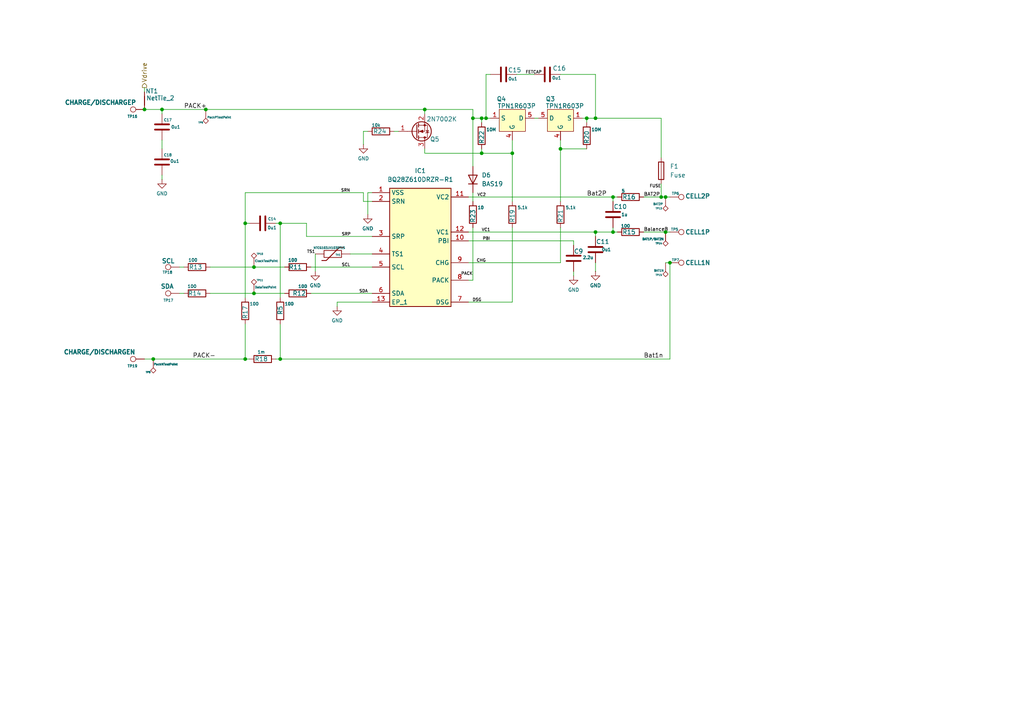
<source format=kicad_sch>
(kicad_sch
	(version 20231120)
	(generator "eeschema")
	(generator_version "8.0")
	(uuid "e90fcc05-feed-4944-8a7e-e6a022d4cc00")
	(paper "A4")
	(lib_symbols
		(symbol "BQ28Z610:BQ28Z610DRZR-R1"
			(exclude_from_sim no)
			(in_bom yes)
			(on_board yes)
			(property "Reference" "IC"
				(at 23.622 8.636 0)
				(effects
					(font
						(size 1.27 1.27)
					)
					(justify left top)
				)
			)
			(property "Value" "BQ28Z610DRZR-R1"
				(at 23.368 6.858 0)
				(effects
					(font
						(size 1.27 1.27)
					)
					(justify left top)
				)
			)
			(property "Footprint" "BQ28Z610DRZT"
				(at 24.13 -94.92 0)
				(effects
					(font
						(size 1.27 1.27)
					)
					(justify left top)
					(hide yes)
				)
			)
			(property "Datasheet" ""
				(at 24.13 -194.92 0)
				(effects
					(font
						(size 1.27 1.27)
					)
					(justify left top)
					(hide yes)
				)
			)
			(property "Description" "Battery Management Battery fuel gauge with integrated protector for 1-2 series packs 12-SON -40 to 85"
				(at 1.524 9.144 0)
				(effects
					(font
						(size 1.27 1.27)
					)
					(hide yes)
				)
			)
			(property "Height" "1"
				(at 24.13 -394.92 0)
				(effects
					(font
						(size 1.27 1.27)
					)
					(justify left top)
					(hide yes)
				)
			)
			(property "Mouser Part Number" "595-BQ28Z610DRZR-R1"
				(at 24.13 -494.92 0)
				(effects
					(font
						(size 1.27 1.27)
					)
					(justify left top)
					(hide yes)
				)
			)
			(property "Mouser Price/Stock" "https://www.mouser.co.uk/ProductDetail/Texas-Instruments/BQ28Z610DRZR-R1?qs=vHuUswq2%252Bsy%2FTRO89mXazg%3D%3D"
				(at 24.13 -594.92 0)
				(effects
					(font
						(size 1.27 1.27)
					)
					(justify left top)
					(hide yes)
				)
			)
			(property "Manufacturer_Name" "Texas Instruments"
				(at 24.13 -694.92 0)
				(effects
					(font
						(size 1.27 1.27)
					)
					(justify left top)
					(hide yes)
				)
			)
			(property "Manufacturer_Part_Number" "BQ28Z610DRZR-R1"
				(at 24.13 -794.92 0)
				(effects
					(font
						(size 1.27 1.27)
					)
					(justify left top)
					(hide yes)
				)
			)
			(symbol "BQ28Z610DRZR-R1_1_1"
				(rectangle
					(start 5.08 6.35)
					(end 22.86 -27.94)
					(stroke
						(width 0.254)
						(type default)
					)
					(fill
						(type background)
					)
				)
				(pin passive line
					(at 0 5.08 0)
					(length 5.08)
					(name "VSS"
						(effects
							(font
								(size 1.27 1.27)
							)
						)
					)
					(number "1"
						(effects
							(font
								(size 1.27 1.27)
							)
						)
					)
				)
				(pin passive line
					(at 27.94 -8.89 180)
					(length 5.08)
					(name "PBI"
						(effects
							(font
								(size 1.27 1.27)
							)
						)
					)
					(number "10"
						(effects
							(font
								(size 1.27 1.27)
							)
						)
					)
				)
				(pin passive line
					(at 27.94 3.81 180)
					(length 5.08)
					(name "VC2"
						(effects
							(font
								(size 1.27 1.27)
							)
						)
					)
					(number "11"
						(effects
							(font
								(size 1.27 1.27)
							)
						)
					)
				)
				(pin passive line
					(at 27.94 -6.35 180)
					(length 5.08)
					(name "VC1"
						(effects
							(font
								(size 1.27 1.27)
							)
						)
					)
					(number "12"
						(effects
							(font
								(size 1.27 1.27)
							)
						)
					)
				)
				(pin passive line
					(at 0 -26.67 0)
					(length 5.08)
					(name "EP_1"
						(effects
							(font
								(size 1.27 1.27)
							)
						)
					)
					(number "13"
						(effects
							(font
								(size 1.27 1.27)
							)
						)
					)
				)
				(pin passive line
					(at 0 -26.67 0)
					(length 5.08) hide
					(name "EP_2"
						(effects
							(font
								(size 1.27 1.27)
							)
						)
					)
					(number "14"
						(effects
							(font
								(size 1.27 1.27)
							)
						)
					)
				)
				(pin passive line
					(at 0 -26.67 0)
					(length 5.08) hide
					(name "EP_3"
						(effects
							(font
								(size 1.27 1.27)
							)
						)
					)
					(number "15"
						(effects
							(font
								(size 1.27 1.27)
							)
						)
					)
				)
				(pin passive line
					(at 0 2.54 0)
					(length 5.08)
					(name "SRN"
						(effects
							(font
								(size 1.27 1.27)
							)
						)
					)
					(number "2"
						(effects
							(font
								(size 1.27 1.27)
							)
						)
					)
				)
				(pin passive line
					(at 0 -7.62 0)
					(length 5.08)
					(name "SRP"
						(effects
							(font
								(size 1.27 1.27)
							)
						)
					)
					(number "3"
						(effects
							(font
								(size 1.27 1.27)
							)
						)
					)
				)
				(pin passive line
					(at 0 -12.7 0)
					(length 5.08)
					(name "TS1"
						(effects
							(font
								(size 1.27 1.27)
							)
						)
					)
					(number "4"
						(effects
							(font
								(size 1.27 1.27)
							)
						)
					)
				)
				(pin passive line
					(at 0 -16.51 0)
					(length 5.08)
					(name "SCL"
						(effects
							(font
								(size 1.27 1.27)
							)
						)
					)
					(number "5"
						(effects
							(font
								(size 1.27 1.27)
							)
						)
					)
				)
				(pin passive line
					(at 0 -24.13 0)
					(length 5.08)
					(name "SDA"
						(effects
							(font
								(size 1.27 1.27)
							)
						)
					)
					(number "6"
						(effects
							(font
								(size 1.27 1.27)
							)
						)
					)
				)
				(pin passive line
					(at 27.94 -26.67 180)
					(length 5.08)
					(name "DSG"
						(effects
							(font
								(size 1.27 1.27)
							)
						)
					)
					(number "7"
						(effects
							(font
								(size 1.27 1.27)
							)
						)
					)
				)
				(pin passive line
					(at 27.94 -20.32 180)
					(length 5.08)
					(name "PACK"
						(effects
							(font
								(size 1.27 1.27)
							)
						)
					)
					(number "8"
						(effects
							(font
								(size 1.27 1.27)
							)
						)
					)
				)
				(pin passive line
					(at 27.94 -15.24 180)
					(length 5.08)
					(name "CHG"
						(effects
							(font
								(size 1.27 1.27)
							)
						)
					)
					(number "9"
						(effects
							(font
								(size 1.27 1.27)
							)
						)
					)
				)
			)
		)
		(symbol "Connector:TestPoint"
			(pin_numbers hide)
			(pin_names
				(offset 0.762) hide)
			(exclude_from_sim no)
			(in_bom yes)
			(on_board yes)
			(property "Reference" "TP"
				(at 0 6.858 0)
				(effects
					(font
						(size 1.27 1.27)
					)
				)
			)
			(property "Value" "TestPoint"
				(at 0 5.08 0)
				(effects
					(font
						(size 1.27 1.27)
					)
				)
			)
			(property "Footprint" ""
				(at 5.08 0 0)
				(effects
					(font
						(size 1.27 1.27)
					)
					(hide yes)
				)
			)
			(property "Datasheet" "~"
				(at 5.08 0 0)
				(effects
					(font
						(size 1.27 1.27)
					)
					(hide yes)
				)
			)
			(property "Description" "test point"
				(at 0 0 0)
				(effects
					(font
						(size 1.27 1.27)
					)
					(hide yes)
				)
			)
			(property "ki_keywords" "test point tp"
				(at 0 0 0)
				(effects
					(font
						(size 1.27 1.27)
					)
					(hide yes)
				)
			)
			(property "ki_fp_filters" "Pin* Test*"
				(at 0 0 0)
				(effects
					(font
						(size 1.27 1.27)
					)
					(hide yes)
				)
			)
			(symbol "TestPoint_0_1"
				(circle
					(center 0 3.302)
					(radius 0.762)
					(stroke
						(width 0)
						(type default)
					)
					(fill
						(type none)
					)
				)
			)
			(symbol "TestPoint_1_1"
				(pin passive line
					(at 0 0 90)
					(length 2.54)
					(name "1"
						(effects
							(font
								(size 1.27 1.27)
							)
						)
					)
					(number "1"
						(effects
							(font
								(size 1.27 1.27)
							)
						)
					)
				)
			)
		)
		(symbol "Connector:TestPoint_Alt"
			(pin_numbers hide)
			(pin_names
				(offset 0.762) hide)
			(exclude_from_sim no)
			(in_bom yes)
			(on_board yes)
			(property "Reference" "TP"
				(at 0 6.858 0)
				(effects
					(font
						(size 1.27 1.27)
					)
				)
			)
			(property "Value" "TestPoint_Alt"
				(at 0 5.08 0)
				(effects
					(font
						(size 1.27 1.27)
					)
				)
			)
			(property "Footprint" ""
				(at 5.08 0 0)
				(effects
					(font
						(size 1.27 1.27)
					)
					(hide yes)
				)
			)
			(property "Datasheet" "~"
				(at 5.08 0 0)
				(effects
					(font
						(size 1.27 1.27)
					)
					(hide yes)
				)
			)
			(property "Description" "test point (alternative shape)"
				(at 0 0 0)
				(effects
					(font
						(size 1.27 1.27)
					)
					(hide yes)
				)
			)
			(property "ki_keywords" "test point tp"
				(at 0 0 0)
				(effects
					(font
						(size 1.27 1.27)
					)
					(hide yes)
				)
			)
			(property "ki_fp_filters" "Pin* Test*"
				(at 0 0 0)
				(effects
					(font
						(size 1.27 1.27)
					)
					(hide yes)
				)
			)
			(symbol "TestPoint_Alt_0_1"
				(polyline
					(pts
						(xy 0 2.54) (xy -0.762 3.302) (xy 0 4.064) (xy 0.762 3.302) (xy 0 2.54)
					)
					(stroke
						(width 0)
						(type default)
					)
					(fill
						(type none)
					)
				)
			)
			(symbol "TestPoint_Alt_1_1"
				(pin passive line
					(at 0 0 90)
					(length 2.54)
					(name "1"
						(effects
							(font
								(size 1.27 1.27)
							)
						)
					)
					(number "1"
						(effects
							(font
								(size 1.27 1.27)
							)
						)
					)
				)
			)
		)
		(symbol "Device:C"
			(pin_numbers hide)
			(pin_names
				(offset 0.254)
			)
			(exclude_from_sim no)
			(in_bom yes)
			(on_board yes)
			(property "Reference" "C"
				(at 0.635 2.54 0)
				(effects
					(font
						(size 1.27 1.27)
					)
					(justify left)
				)
			)
			(property "Value" "C"
				(at 0.635 -2.54 0)
				(effects
					(font
						(size 1.27 1.27)
					)
					(justify left)
				)
			)
			(property "Footprint" ""
				(at 0.9652 -3.81 0)
				(effects
					(font
						(size 1.27 1.27)
					)
					(hide yes)
				)
			)
			(property "Datasheet" "~"
				(at 0 0 0)
				(effects
					(font
						(size 1.27 1.27)
					)
					(hide yes)
				)
			)
			(property "Description" "Unpolarized capacitor"
				(at 0 0 0)
				(effects
					(font
						(size 1.27 1.27)
					)
					(hide yes)
				)
			)
			(property "ki_keywords" "cap capacitor"
				(at 0 0 0)
				(effects
					(font
						(size 1.27 1.27)
					)
					(hide yes)
				)
			)
			(property "ki_fp_filters" "C_*"
				(at 0 0 0)
				(effects
					(font
						(size 1.27 1.27)
					)
					(hide yes)
				)
			)
			(symbol "C_0_1"
				(polyline
					(pts
						(xy -2.032 -0.762) (xy 2.032 -0.762)
					)
					(stroke
						(width 0.508)
						(type default)
					)
					(fill
						(type none)
					)
				)
				(polyline
					(pts
						(xy -2.032 0.762) (xy 2.032 0.762)
					)
					(stroke
						(width 0.508)
						(type default)
					)
					(fill
						(type none)
					)
				)
			)
			(symbol "C_1_1"
				(pin passive line
					(at 0 3.81 270)
					(length 2.794)
					(name "~"
						(effects
							(font
								(size 1.27 1.27)
							)
						)
					)
					(number "1"
						(effects
							(font
								(size 1.27 1.27)
							)
						)
					)
				)
				(pin passive line
					(at 0 -3.81 90)
					(length 2.794)
					(name "~"
						(effects
							(font
								(size 1.27 1.27)
							)
						)
					)
					(number "2"
						(effects
							(font
								(size 1.27 1.27)
							)
						)
					)
				)
			)
		)
		(symbol "Device:Fuse"
			(pin_numbers hide)
			(pin_names
				(offset 0)
			)
			(exclude_from_sim no)
			(in_bom yes)
			(on_board yes)
			(property "Reference" "F"
				(at 2.032 0 90)
				(effects
					(font
						(size 1.27 1.27)
					)
				)
			)
			(property "Value" "Fuse"
				(at -1.905 0 90)
				(effects
					(font
						(size 1.27 1.27)
					)
				)
			)
			(property "Footprint" ""
				(at -1.778 0 90)
				(effects
					(font
						(size 1.27 1.27)
					)
					(hide yes)
				)
			)
			(property "Datasheet" "~"
				(at 0 0 0)
				(effects
					(font
						(size 1.27 1.27)
					)
					(hide yes)
				)
			)
			(property "Description" "Fuse"
				(at 0 0 0)
				(effects
					(font
						(size 1.27 1.27)
					)
					(hide yes)
				)
			)
			(property "ki_keywords" "fuse"
				(at 0 0 0)
				(effects
					(font
						(size 1.27 1.27)
					)
					(hide yes)
				)
			)
			(property "ki_fp_filters" "*Fuse*"
				(at 0 0 0)
				(effects
					(font
						(size 1.27 1.27)
					)
					(hide yes)
				)
			)
			(symbol "Fuse_0_1"
				(rectangle
					(start -0.762 -2.54)
					(end 0.762 2.54)
					(stroke
						(width 0.254)
						(type default)
					)
					(fill
						(type none)
					)
				)
				(polyline
					(pts
						(xy 0 2.54) (xy 0 -2.54)
					)
					(stroke
						(width 0)
						(type default)
					)
					(fill
						(type none)
					)
				)
			)
			(symbol "Fuse_1_1"
				(pin passive line
					(at 0 3.81 270)
					(length 1.27)
					(name "~"
						(effects
							(font
								(size 1.27 1.27)
							)
						)
					)
					(number "1"
						(effects
							(font
								(size 1.27 1.27)
							)
						)
					)
				)
				(pin passive line
					(at 0 -3.81 90)
					(length 1.27)
					(name "~"
						(effects
							(font
								(size 1.27 1.27)
							)
						)
					)
					(number "2"
						(effects
							(font
								(size 1.27 1.27)
							)
						)
					)
				)
			)
		)
		(symbol "Device:NetTie_2"
			(pin_numbers hide)
			(pin_names
				(offset 0) hide)
			(exclude_from_sim no)
			(in_bom no)
			(on_board yes)
			(property "Reference" "NT"
				(at 0 1.27 0)
				(effects
					(font
						(size 1.27 1.27)
					)
				)
			)
			(property "Value" "NetTie_2"
				(at 0 -1.27 0)
				(effects
					(font
						(size 1.27 1.27)
					)
				)
			)
			(property "Footprint" ""
				(at 0 0 0)
				(effects
					(font
						(size 1.27 1.27)
					)
					(hide yes)
				)
			)
			(property "Datasheet" "~"
				(at 0 0 0)
				(effects
					(font
						(size 1.27 1.27)
					)
					(hide yes)
				)
			)
			(property "Description" "Net tie, 2 pins"
				(at 0 0 0)
				(effects
					(font
						(size 1.27 1.27)
					)
					(hide yes)
				)
			)
			(property "ki_keywords" "net tie short"
				(at 0 0 0)
				(effects
					(font
						(size 1.27 1.27)
					)
					(hide yes)
				)
			)
			(property "ki_fp_filters" "Net*Tie*"
				(at 0 0 0)
				(effects
					(font
						(size 1.27 1.27)
					)
					(hide yes)
				)
			)
			(symbol "NetTie_2_0_1"
				(polyline
					(pts
						(xy -1.27 0) (xy 1.27 0)
					)
					(stroke
						(width 0.254)
						(type default)
					)
					(fill
						(type none)
					)
				)
			)
			(symbol "NetTie_2_1_1"
				(pin passive line
					(at -2.54 0 0)
					(length 2.54)
					(name "1"
						(effects
							(font
								(size 1.27 1.27)
							)
						)
					)
					(number "1"
						(effects
							(font
								(size 1.27 1.27)
							)
						)
					)
				)
				(pin passive line
					(at 2.54 0 180)
					(length 2.54)
					(name "2"
						(effects
							(font
								(size 1.27 1.27)
							)
						)
					)
					(number "2"
						(effects
							(font
								(size 1.27 1.27)
							)
						)
					)
				)
			)
		)
		(symbol "Device:R"
			(pin_numbers hide)
			(pin_names
				(offset 0)
			)
			(exclude_from_sim no)
			(in_bom yes)
			(on_board yes)
			(property "Reference" "R"
				(at 2.032 0 90)
				(effects
					(font
						(size 1.27 1.27)
					)
				)
			)
			(property "Value" "R"
				(at 0 0 90)
				(effects
					(font
						(size 1.27 1.27)
					)
				)
			)
			(property "Footprint" ""
				(at -1.778 0 90)
				(effects
					(font
						(size 1.27 1.27)
					)
					(hide yes)
				)
			)
			(property "Datasheet" "~"
				(at 0 0 0)
				(effects
					(font
						(size 1.27 1.27)
					)
					(hide yes)
				)
			)
			(property "Description" "Resistor"
				(at 0 0 0)
				(effects
					(font
						(size 1.27 1.27)
					)
					(hide yes)
				)
			)
			(property "ki_keywords" "R res resistor"
				(at 0 0 0)
				(effects
					(font
						(size 1.27 1.27)
					)
					(hide yes)
				)
			)
			(property "ki_fp_filters" "R_*"
				(at 0 0 0)
				(effects
					(font
						(size 1.27 1.27)
					)
					(hide yes)
				)
			)
			(symbol "R_0_1"
				(rectangle
					(start -1.016 -2.54)
					(end 1.016 2.54)
					(stroke
						(width 0.254)
						(type default)
					)
					(fill
						(type none)
					)
				)
			)
			(symbol "R_1_1"
				(pin passive line
					(at 0 3.81 270)
					(length 1.27)
					(name "~"
						(effects
							(font
								(size 1.27 1.27)
							)
						)
					)
					(number "1"
						(effects
							(font
								(size 1.27 1.27)
							)
						)
					)
				)
				(pin passive line
					(at 0 -3.81 90)
					(length 1.27)
					(name "~"
						(effects
							(font
								(size 1.27 1.27)
							)
						)
					)
					(number "2"
						(effects
							(font
								(size 1.27 1.27)
							)
						)
					)
				)
			)
		)
		(symbol "Device:Thermistor"
			(pin_numbers hide)
			(pin_names
				(offset 0)
			)
			(exclude_from_sim no)
			(in_bom yes)
			(on_board yes)
			(property "Reference" "TH"
				(at 2.54 1.27 90)
				(effects
					(font
						(size 1.27 1.27)
					)
				)
			)
			(property "Value" "Thermistor"
				(at -2.54 0 90)
				(effects
					(font
						(size 1.27 1.27)
					)
					(justify bottom)
				)
			)
			(property "Footprint" ""
				(at 0 0 0)
				(effects
					(font
						(size 1.27 1.27)
					)
					(hide yes)
				)
			)
			(property "Datasheet" "~"
				(at 0 0 0)
				(effects
					(font
						(size 1.27 1.27)
					)
					(hide yes)
				)
			)
			(property "Description" "Temperature dependent resistor"
				(at 0 0 0)
				(effects
					(font
						(size 1.27 1.27)
					)
					(hide yes)
				)
			)
			(property "ki_keywords" "R res thermistor"
				(at 0 0 0)
				(effects
					(font
						(size 1.27 1.27)
					)
					(hide yes)
				)
			)
			(property "ki_fp_filters" "R_*"
				(at 0 0 0)
				(effects
					(font
						(size 1.27 1.27)
					)
					(hide yes)
				)
			)
			(symbol "Thermistor_0_1"
				(rectangle
					(start -1.016 2.54)
					(end 1.016 -2.54)
					(stroke
						(width 0.2032)
						(type default)
					)
					(fill
						(type none)
					)
				)
				(polyline
					(pts
						(xy -1.905 3.175) (xy -1.905 1.905) (xy 1.905 -1.905) (xy 1.905 -3.175) (xy 1.905 -3.175)
					)
					(stroke
						(width 0.254)
						(type default)
					)
					(fill
						(type none)
					)
				)
			)
			(symbol "Thermistor_1_1"
				(pin passive line
					(at 0 5.08 270)
					(length 2.54)
					(name "~"
						(effects
							(font
								(size 1.27 1.27)
							)
						)
					)
					(number "1"
						(effects
							(font
								(size 1.27 1.27)
							)
						)
					)
				)
				(pin passive line
					(at 0 -5.08 90)
					(length 2.54)
					(name "~"
						(effects
							(font
								(size 1.27 1.27)
							)
						)
					)
					(number "2"
						(effects
							(font
								(size 1.27 1.27)
							)
						)
					)
				)
			)
		)
		(symbol "Diode:BAS19"
			(pin_numbers hide)
			(pin_names hide)
			(exclude_from_sim no)
			(in_bom yes)
			(on_board yes)
			(property "Reference" "D"
				(at 0 2.54 0)
				(effects
					(font
						(size 1.27 1.27)
					)
				)
			)
			(property "Value" "BAS19"
				(at 0 -2.54 0)
				(effects
					(font
						(size 1.27 1.27)
					)
				)
			)
			(property "Footprint" "Package_TO_SOT_SMD:SOT-23"
				(at 0 -4.445 0)
				(effects
					(font
						(size 1.27 1.27)
					)
					(hide yes)
				)
			)
			(property "Datasheet" "https://www.diodes.com/assets/Datasheets/Ds12004.pdf"
				(at 0 0 0)
				(effects
					(font
						(size 1.27 1.27)
					)
					(hide yes)
				)
			)
			(property "Description" "120V, 0.4A, High-speed Switching Diode, SOT-23"
				(at 0 0 0)
				(effects
					(font
						(size 1.27 1.27)
					)
					(hide yes)
				)
			)
			(property "ki_keywords" "diode"
				(at 0 0 0)
				(effects
					(font
						(size 1.27 1.27)
					)
					(hide yes)
				)
			)
			(property "ki_fp_filters" "SOT?23*"
				(at 0 0 0)
				(effects
					(font
						(size 1.27 1.27)
					)
					(hide yes)
				)
			)
			(symbol "BAS19_0_1"
				(polyline
					(pts
						(xy -1.27 1.27) (xy -1.27 -1.27)
					)
					(stroke
						(width 0.254)
						(type default)
					)
					(fill
						(type none)
					)
				)
				(polyline
					(pts
						(xy 1.27 0) (xy -1.27 0)
					)
					(stroke
						(width 0)
						(type default)
					)
					(fill
						(type none)
					)
				)
				(polyline
					(pts
						(xy 1.27 1.27) (xy 1.27 -1.27) (xy -1.27 0) (xy 1.27 1.27)
					)
					(stroke
						(width 0.254)
						(type default)
					)
					(fill
						(type none)
					)
				)
			)
			(symbol "BAS19_1_1"
				(pin passive line
					(at 3.81 0 180)
					(length 2.54)
					(name "A"
						(effects
							(font
								(size 1.27 1.27)
							)
						)
					)
					(number "1"
						(effects
							(font
								(size 1.27 1.27)
							)
						)
					)
				)
				(pin no_connect line
					(at -1.27 0 0)
					(length 2.54) hide
					(name "NC"
						(effects
							(font
								(size 1.27 1.27)
							)
						)
					)
					(number "2"
						(effects
							(font
								(size 1.27 1.27)
							)
						)
					)
				)
				(pin passive line
					(at -3.81 0 0)
					(length 2.54)
					(name "K"
						(effects
							(font
								(size 1.27 1.27)
							)
						)
					)
					(number "3"
						(effects
							(font
								(size 1.27 1.27)
							)
						)
					)
				)
			)
		)
		(symbol "TPN1R603PL_1"
			(exclude_from_sim no)
			(in_bom yes)
			(on_board yes)
			(property "Reference" "Q4"
				(at -4.572 0.508 0)
				(effects
					(font
						(size 1.27 1.27)
					)
					(justify left)
				)
			)
			(property "Value" "TPN1R603P"
				(at -13.208 -1.524 0)
				(effects
					(font
						(size 1.27 1.27)
					)
					(justify left)
				)
			)
			(property "Footprint" ""
				(at 0 0 0)
				(effects
					(font
						(size 1.27 1.27)
					)
					(hide yes)
				)
			)
			(property "Datasheet" ""
				(at 0 0 0)
				(effects
					(font
						(size 1.27 1.27)
					)
					(hide yes)
				)
			)
			(property "Description" ""
				(at 0 0 0)
				(effects
					(font
						(size 1.27 1.27)
					)
					(hide yes)
				)
			)
			(symbol "TPN1R603PL_1_1_1"
				(rectangle
					(start -10.16 -2.54)
					(end -2.54 -8.89)
					(stroke
						(width 0)
						(type default)
					)
					(fill
						(type background)
					)
				)
				(pin passive line
					(at 0 -5.08 180)
					(length 2.54)
					(name "S"
						(effects
							(font
								(size 1.27 1.27)
							)
						)
					)
					(number "1"
						(effects
							(font
								(size 1.27 1.27)
							)
						)
					)
				)
				(pin passive line
					(at 0 -5.08 180)
					(length 2.54) hide
					(name "S"
						(effects
							(font
								(size 1.27 1.27)
							)
						)
					)
					(number "2"
						(effects
							(font
								(size 1.27 1.27)
							)
						)
					)
				)
				(pin passive line
					(at 0 -5.08 180)
					(length 2.54) hide
					(name "S"
						(effects
							(font
								(size 1.27 1.27)
							)
						)
					)
					(number "3"
						(effects
							(font
								(size 1.27 1.27)
							)
						)
					)
				)
				(pin input line
					(at -6.35 -11.43 90)
					(length 2.54)
					(name "G"
						(effects
							(font
								(size 1.27 1.27)
							)
						)
					)
					(number "4"
						(effects
							(font
								(size 1.27 1.27)
							)
						)
					)
				)
				(pin passive line
					(at -12.7 -5.08 0)
					(length 2.54)
					(name "D"
						(effects
							(font
								(size 1.27 1.27)
							)
						)
					)
					(number "5"
						(effects
							(font
								(size 1.27 1.27)
							)
						)
					)
				)
				(pin passive line
					(at -12.7 -5.08 0)
					(length 2.54) hide
					(name "D"
						(effects
							(font
								(size 1.27 1.27)
							)
						)
					)
					(number "6"
						(effects
							(font
								(size 1.27 1.27)
							)
						)
					)
				)
				(pin passive line
					(at -12.7 -5.08 0)
					(length 2.54) hide
					(name "D"
						(effects
							(font
								(size 1.27 1.27)
							)
						)
					)
					(number "7"
						(effects
							(font
								(size 1.27 1.27)
							)
						)
					)
				)
				(pin passive line
					(at -12.7 -5.08 0)
					(length 2.54) hide
					(name "D"
						(effects
							(font
								(size 1.27 1.27)
							)
						)
					)
					(number "8"
						(effects
							(font
								(size 1.27 1.27)
							)
						)
					)
				)
				(pin passive line
					(at -12.7 -5.08 0)
					(length 2.54) hide
					(name "D"
						(effects
							(font
								(size 1.27 1.27)
							)
						)
					)
					(number "9"
						(effects
							(font
								(size 1.27 1.27)
							)
						)
					)
				)
			)
		)
		(symbol "Transistor_FET:2N7002K"
			(pin_names hide)
			(exclude_from_sim no)
			(in_bom yes)
			(on_board yes)
			(property "Reference" "Q"
				(at 5.08 1.905 0)
				(effects
					(font
						(size 1.27 1.27)
					)
					(justify left)
				)
			)
			(property "Value" "2N7002K"
				(at 5.08 0 0)
				(effects
					(font
						(size 1.27 1.27)
					)
					(justify left)
				)
			)
			(property "Footprint" "Package_TO_SOT_SMD:SOT-23"
				(at 5.08 -1.905 0)
				(effects
					(font
						(size 1.27 1.27)
						(italic yes)
					)
					(justify left)
					(hide yes)
				)
			)
			(property "Datasheet" "https://www.diodes.com/assets/Datasheets/ds30896.pdf"
				(at 5.08 -3.81 0)
				(effects
					(font
						(size 1.27 1.27)
					)
					(justify left)
					(hide yes)
				)
			)
			(property "Description" "0.38A Id, 60V Vds, N-Channel MOSFET, SOT-23"
				(at 0 0 0)
				(effects
					(font
						(size 1.27 1.27)
					)
					(hide yes)
				)
			)
			(property "ki_keywords" "N-Channel MOSFET"
				(at 0 0 0)
				(effects
					(font
						(size 1.27 1.27)
					)
					(hide yes)
				)
			)
			(property "ki_fp_filters" "SOT?23*"
				(at 0 0 0)
				(effects
					(font
						(size 1.27 1.27)
					)
					(hide yes)
				)
			)
			(symbol "2N7002K_0_1"
				(polyline
					(pts
						(xy 0.254 0) (xy -2.54 0)
					)
					(stroke
						(width 0)
						(type default)
					)
					(fill
						(type none)
					)
				)
				(polyline
					(pts
						(xy 0.254 1.905) (xy 0.254 -1.905)
					)
					(stroke
						(width 0.254)
						(type default)
					)
					(fill
						(type none)
					)
				)
				(polyline
					(pts
						(xy 0.762 -1.27) (xy 0.762 -2.286)
					)
					(stroke
						(width 0.254)
						(type default)
					)
					(fill
						(type none)
					)
				)
				(polyline
					(pts
						(xy 0.762 0.508) (xy 0.762 -0.508)
					)
					(stroke
						(width 0.254)
						(type default)
					)
					(fill
						(type none)
					)
				)
				(polyline
					(pts
						(xy 0.762 2.286) (xy 0.762 1.27)
					)
					(stroke
						(width 0.254)
						(type default)
					)
					(fill
						(type none)
					)
				)
				(polyline
					(pts
						(xy 2.54 2.54) (xy 2.54 1.778)
					)
					(stroke
						(width 0)
						(type default)
					)
					(fill
						(type none)
					)
				)
				(polyline
					(pts
						(xy 2.54 -2.54) (xy 2.54 0) (xy 0.762 0)
					)
					(stroke
						(width 0)
						(type default)
					)
					(fill
						(type none)
					)
				)
				(polyline
					(pts
						(xy 0.762 -1.778) (xy 3.302 -1.778) (xy 3.302 1.778) (xy 0.762 1.778)
					)
					(stroke
						(width 0)
						(type default)
					)
					(fill
						(type none)
					)
				)
				(polyline
					(pts
						(xy 1.016 0) (xy 2.032 0.381) (xy 2.032 -0.381) (xy 1.016 0)
					)
					(stroke
						(width 0)
						(type default)
					)
					(fill
						(type outline)
					)
				)
				(polyline
					(pts
						(xy 2.794 0.508) (xy 2.921 0.381) (xy 3.683 0.381) (xy 3.81 0.254)
					)
					(stroke
						(width 0)
						(type default)
					)
					(fill
						(type none)
					)
				)
				(polyline
					(pts
						(xy 3.302 0.381) (xy 2.921 -0.254) (xy 3.683 -0.254) (xy 3.302 0.381)
					)
					(stroke
						(width 0)
						(type default)
					)
					(fill
						(type none)
					)
				)
				(circle
					(center 1.651 0)
					(radius 2.794)
					(stroke
						(width 0.254)
						(type default)
					)
					(fill
						(type none)
					)
				)
				(circle
					(center 2.54 -1.778)
					(radius 0.254)
					(stroke
						(width 0)
						(type default)
					)
					(fill
						(type outline)
					)
				)
				(circle
					(center 2.54 1.778)
					(radius 0.254)
					(stroke
						(width 0)
						(type default)
					)
					(fill
						(type outline)
					)
				)
			)
			(symbol "2N7002K_1_1"
				(pin input line
					(at -5.08 0 0)
					(length 2.54)
					(name "G"
						(effects
							(font
								(size 1.27 1.27)
							)
						)
					)
					(number "1"
						(effects
							(font
								(size 1.27 1.27)
							)
						)
					)
				)
				(pin passive line
					(at 2.54 -5.08 90)
					(length 2.54)
					(name "S"
						(effects
							(font
								(size 1.27 1.27)
							)
						)
					)
					(number "2"
						(effects
							(font
								(size 1.27 1.27)
							)
						)
					)
				)
				(pin passive line
					(at 2.54 5.08 270)
					(length 2.54)
					(name "D"
						(effects
							(font
								(size 1.27 1.27)
							)
						)
					)
					(number "3"
						(effects
							(font
								(size 1.27 1.27)
							)
						)
					)
				)
			)
		)
		(symbol "Transistor_FET:TPN1R603PL"
			(exclude_from_sim no)
			(in_bom yes)
			(on_board yes)
			(property "Reference" "Q3"
				(at -10.668 0.508 0)
				(effects
					(font
						(size 1.27 1.27)
					)
					(justify left)
				)
			)
			(property "Value" "TPN1R603P"
				(at -10.668 -1.524 0)
				(effects
					(font
						(size 1.27 1.27)
					)
					(justify left)
				)
			)
			(property "Footprint" ""
				(at 0 0 0)
				(effects
					(font
						(size 1.27 1.27)
					)
					(hide yes)
				)
			)
			(property "Datasheet" ""
				(at 0 0 0)
				(effects
					(font
						(size 1.27 1.27)
					)
					(hide yes)
				)
			)
			(property "Description" ""
				(at 0 0 0)
				(effects
					(font
						(size 1.27 1.27)
					)
					(hide yes)
				)
			)
			(symbol "TPN1R603PL_1_1"
				(rectangle
					(start -10.16 -2.54)
					(end -2.54 -8.89)
					(stroke
						(width 0)
						(type default)
					)
					(fill
						(type background)
					)
				)
				(pin passive line
					(at 0 -5.08 180)
					(length 2.54)
					(name "S"
						(effects
							(font
								(size 1.27 1.27)
							)
						)
					)
					(number "1"
						(effects
							(font
								(size 1.27 1.27)
							)
						)
					)
				)
				(pin passive line
					(at 0 -5.08 180)
					(length 2.54) hide
					(name "S"
						(effects
							(font
								(size 1.27 1.27)
							)
						)
					)
					(number "2"
						(effects
							(font
								(size 1.27 1.27)
							)
						)
					)
				)
				(pin passive line
					(at 0 -5.08 180)
					(length 2.54) hide
					(name "S"
						(effects
							(font
								(size 1.27 1.27)
							)
						)
					)
					(number "3"
						(effects
							(font
								(size 1.27 1.27)
							)
						)
					)
				)
				(pin input line
					(at -6.35 -11.43 90)
					(length 2.54)
					(name "G"
						(effects
							(font
								(size 1.27 1.27)
							)
						)
					)
					(number "4"
						(effects
							(font
								(size 1.27 1.27)
							)
						)
					)
				)
				(pin passive line
					(at -12.7 -5.08 0)
					(length 2.54)
					(name "D"
						(effects
							(font
								(size 1.27 1.27)
							)
						)
					)
					(number "5"
						(effects
							(font
								(size 1.27 1.27)
							)
						)
					)
				)
				(pin passive line
					(at -12.7 -5.08 0)
					(length 2.54) hide
					(name "D"
						(effects
							(font
								(size 1.27 1.27)
							)
						)
					)
					(number "6"
						(effects
							(font
								(size 1.27 1.27)
							)
						)
					)
				)
				(pin passive line
					(at -12.7 -5.08 0)
					(length 2.54) hide
					(name "D"
						(effects
							(font
								(size 1.27 1.27)
							)
						)
					)
					(number "7"
						(effects
							(font
								(size 1.27 1.27)
							)
						)
					)
				)
				(pin passive line
					(at -12.7 -5.08 0)
					(length 2.54) hide
					(name "D"
						(effects
							(font
								(size 1.27 1.27)
							)
						)
					)
					(number "8"
						(effects
							(font
								(size 1.27 1.27)
							)
						)
					)
				)
				(pin passive line
					(at -12.7 -5.08 0)
					(length 2.54) hide
					(name "D"
						(effects
							(font
								(size 1.27 1.27)
							)
						)
					)
					(number "9"
						(effects
							(font
								(size 1.27 1.27)
							)
						)
					)
				)
			)
		)
		(symbol "power:GND"
			(power)
			(pin_numbers hide)
			(pin_names
				(offset 0) hide)
			(exclude_from_sim no)
			(in_bom yes)
			(on_board yes)
			(property "Reference" "#PWR"
				(at 0 -6.35 0)
				(effects
					(font
						(size 1.27 1.27)
					)
					(hide yes)
				)
			)
			(property "Value" "GND"
				(at 0 -3.81 0)
				(effects
					(font
						(size 1.27 1.27)
					)
				)
			)
			(property "Footprint" ""
				(at 0 0 0)
				(effects
					(font
						(size 1.27 1.27)
					)
					(hide yes)
				)
			)
			(property "Datasheet" ""
				(at 0 0 0)
				(effects
					(font
						(size 1.27 1.27)
					)
					(hide yes)
				)
			)
			(property "Description" "Power symbol creates a global label with name \"GND\" , ground"
				(at 0 0 0)
				(effects
					(font
						(size 1.27 1.27)
					)
					(hide yes)
				)
			)
			(property "ki_keywords" "global power"
				(at 0 0 0)
				(effects
					(font
						(size 1.27 1.27)
					)
					(hide yes)
				)
			)
			(symbol "GND_0_1"
				(polyline
					(pts
						(xy 0 0) (xy 0 -1.27) (xy 1.27 -1.27) (xy 0 -2.54) (xy -1.27 -1.27) (xy 0 -1.27)
					)
					(stroke
						(width 0)
						(type default)
					)
					(fill
						(type none)
					)
				)
			)
			(symbol "GND_1_1"
				(pin power_in line
					(at 0 0 270)
					(length 0)
					(name "~"
						(effects
							(font
								(size 1.27 1.27)
							)
						)
					)
					(number "1"
						(effects
							(font
								(size 1.27 1.27)
							)
						)
					)
				)
			)
		)
	)
	(junction
		(at 137.16 34.29)
		(diameter 0)
		(color 0 0 0 0)
		(uuid "021362c9-10f7-4f82-8941-a55602da1c9a")
	)
	(junction
		(at 172.72 34.29)
		(diameter 0)
		(color 0 0 0 0)
		(uuid "03751ff4-b105-40c1-a54f-576ca2179334")
	)
	(junction
		(at 139.7 44.45)
		(diameter 0)
		(color 0 0 0 0)
		(uuid "148d5d2a-db57-43a0-9c21-191c06d561b0")
	)
	(junction
		(at 148.59 44.45)
		(diameter 0)
		(color 0 0 0 0)
		(uuid "1ddbfb01-144e-43cc-895d-5479a86715fc")
	)
	(junction
		(at 46.99 31.75)
		(diameter 0)
		(color 0 0 0 0)
		(uuid "1e2de46f-4822-4b4c-af5a-49a7ba119aa5")
	)
	(junction
		(at 194.31 76.2)
		(diameter 0)
		(color 0 0 0 0)
		(uuid "314a3d73-34d8-49f4-b03c-a2dac5ac29f5")
	)
	(junction
		(at 73.66 85.09)
		(diameter 0)
		(color 0 0 0 0)
		(uuid "34113ebf-c051-407a-a769-b70738490309")
	)
	(junction
		(at 41.91 31.75)
		(diameter 0)
		(color 0 0 0 0)
		(uuid "348144c8-1bfc-47b8-b254-4c2041cec627")
	)
	(junction
		(at 170.18 34.29)
		(diameter 0)
		(color 0 0 0 0)
		(uuid "34fc1268-9ee1-4f6c-abc7-ae569aef1c31")
	)
	(junction
		(at 59.69 31.75)
		(diameter 0)
		(color 0 0 0 0)
		(uuid "3dc78a77-ff41-4ed0-8c5b-fe0afcf31f6c")
	)
	(junction
		(at 71.12 64.77)
		(diameter 0)
		(color 0 0 0 0)
		(uuid "3fef46be-d612-4817-a9eb-56f582198d47")
	)
	(junction
		(at 162.56 43.18)
		(diameter 0)
		(color 0 0 0 0)
		(uuid "4195b579-5052-44ba-91c8-608723eba2cd")
	)
	(junction
		(at 193.04 67.31)
		(diameter 0)
		(color 0 0 0 0)
		(uuid "4bdb118e-a1b6-4d1a-b3e8-49264ad225a7")
	)
	(junction
		(at 81.28 104.14)
		(diameter 0)
		(color 0 0 0 0)
		(uuid "4e13864d-0c7b-479e-b01a-9bc5feb89f6e")
	)
	(junction
		(at 177.8 67.31)
		(diameter 0)
		(color 0 0 0 0)
		(uuid "5ee30c5a-8d68-4dbe-b1fe-c98fa366de63")
	)
	(junction
		(at 44.45 104.14)
		(diameter 0)
		(color 0 0 0 0)
		(uuid "77f922d3-2b0c-45cf-842b-b016e98c1e40")
	)
	(junction
		(at 73.66 77.47)
		(diameter 0)
		(color 0 0 0 0)
		(uuid "7e4abb30-3358-4bed-9cf4-fe56fe84929b")
	)
	(junction
		(at 140.97 34.29)
		(diameter 0)
		(color 0 0 0 0)
		(uuid "81a225b9-79da-4d23-9da3-67507190fe2f")
	)
	(junction
		(at 193.04 57.15)
		(diameter 0)
		(color 0 0 0 0)
		(uuid "88f061d7-5662-4077-92cd-0aa76f0336f5")
	)
	(junction
		(at 172.72 67.31)
		(diameter 0)
		(color 0 0 0 0)
		(uuid "8c4cc185-af22-441f-a140-19e014ea2e19")
	)
	(junction
		(at 191.77 57.15)
		(diameter 0)
		(color 0 0 0 0)
		(uuid "a050f663-052f-444a-8cc2-fdc600473099")
	)
	(junction
		(at 71.12 104.14)
		(diameter 0)
		(color 0 0 0 0)
		(uuid "ad40a50e-d508-4ab6-92c7-503f027bc870")
	)
	(junction
		(at 123.19 31.75)
		(diameter 0)
		(color 0 0 0 0)
		(uuid "b539f5e1-db5a-40c1-a80d-49d7a2d62f17")
	)
	(junction
		(at 81.28 64.77)
		(diameter 0)
		(color 0 0 0 0)
		(uuid "ba04b1cb-206f-47eb-8b16-8f58f59fdb1e")
	)
	(junction
		(at 139.7 34.29)
		(diameter 0)
		(color 0 0 0 0)
		(uuid "c9d6e218-8343-4200-a034-4f1f430b7520")
	)
	(junction
		(at 177.8 57.15)
		(diameter 0)
		(color 0 0 0 0)
		(uuid "fd3a6775-cf97-4724-9d95-52101ed8251d")
	)
	(wire
		(pts
			(xy 170.18 34.29) (xy 172.72 34.29)
		)
		(stroke
			(width 0)
			(type default)
		)
		(uuid "0387a6ca-a18f-4896-96b0-73708d87fa22")
	)
	(wire
		(pts
			(xy 154.94 34.29) (xy 156.21 34.29)
		)
		(stroke
			(width 0)
			(type default)
		)
		(uuid "043e36b1-8222-4307-bbde-27c7f38aebff")
	)
	(wire
		(pts
			(xy 123.19 44.45) (xy 123.19 43.18)
		)
		(stroke
			(width 0)
			(type default)
		)
		(uuid "0656f19c-041e-41b2-a498-ef67decf842f")
	)
	(wire
		(pts
			(xy 73.66 85.09) (xy 82.55 85.09)
		)
		(stroke
			(width 0)
			(type default)
		)
		(uuid "0e63290a-517f-4f1b-bcc0-e1aef7185bd6")
	)
	(wire
		(pts
			(xy 46.99 31.75) (xy 46.99 33.02)
		)
		(stroke
			(width 0)
			(type default)
		)
		(uuid "11c4f8b9-8d5b-4f35-94dd-05978ff7f08e")
	)
	(wire
		(pts
			(xy 140.97 34.29) (xy 142.24 34.29)
		)
		(stroke
			(width 0)
			(type default)
		)
		(uuid "1782b5fc-c36f-48c0-a03c-2adfafa82cc2")
	)
	(wire
		(pts
			(xy 186.69 57.15) (xy 191.77 57.15)
		)
		(stroke
			(width 0)
			(type default)
		)
		(uuid "19459440-6cdd-455d-97bb-1abbc8c2c32f")
	)
	(wire
		(pts
			(xy 91.44 73.66) (xy 91.44 78.74)
		)
		(stroke
			(width 0)
			(type default)
		)
		(uuid "1ad3cbb8-51b5-48fa-b49d-06bcdb54c014")
	)
	(wire
		(pts
			(xy 88.9 64.77) (xy 88.9 68.58)
		)
		(stroke
			(width 0)
			(type default)
		)
		(uuid "1b9f6682-9f38-43be-ab26-3e1343ca7cdf")
	)
	(wire
		(pts
			(xy 123.19 31.75) (xy 137.16 31.75)
		)
		(stroke
			(width 0)
			(type default)
		)
		(uuid "2057f98a-4c4a-4cc8-8f81-bc6fe27452e6")
	)
	(wire
		(pts
			(xy 73.66 77.47) (xy 82.55 77.47)
		)
		(stroke
			(width 0)
			(type default)
		)
		(uuid "231ec75e-a96d-43ad-8f7e-3171d6c876c8")
	)
	(wire
		(pts
			(xy 194.31 104.14) (xy 81.28 104.14)
		)
		(stroke
			(width 0)
			(type default)
		)
		(uuid "23efa41d-d833-4612-8e6f-b956b510164f")
	)
	(wire
		(pts
			(xy 149.86 21.59) (xy 154.94 21.59)
		)
		(stroke
			(width 0)
			(type default)
		)
		(uuid "24cab5ba-f1d0-4b5a-a009-6a78506034d4")
	)
	(wire
		(pts
			(xy 194.31 57.15) (xy 193.04 57.15)
		)
		(stroke
			(width 0)
			(type default)
		)
		(uuid "25e9ef15-a69a-401d-b090-571325b13a1e")
	)
	(wire
		(pts
			(xy 162.56 40.64) (xy 162.56 43.18)
		)
		(stroke
			(width 0)
			(type default)
		)
		(uuid "270565b9-81fb-45fa-a936-4a33e9ad81fa")
	)
	(wire
		(pts
			(xy 135.89 57.15) (xy 177.8 57.15)
		)
		(stroke
			(width 0)
			(type default)
		)
		(uuid "304cd05e-ae8f-4031-9f9f-986e536e5e6a")
	)
	(wire
		(pts
			(xy 162.56 66.04) (xy 162.56 76.2)
		)
		(stroke
			(width 0)
			(type default)
		)
		(uuid "33643dde-26b9-4438-a9d8-95064a5db7c5")
	)
	(wire
		(pts
			(xy 41.91 31.75) (xy 46.99 31.75)
		)
		(stroke
			(width 0)
			(type default)
		)
		(uuid "3515396c-4832-4960-b98a-883200116569")
	)
	(wire
		(pts
			(xy 72.39 104.14) (xy 71.12 104.14)
		)
		(stroke
			(width 0)
			(type default)
		)
		(uuid "38ee04c5-3f89-4bc3-b360-f9925a1ce4eb")
	)
	(wire
		(pts
			(xy 172.72 21.59) (xy 172.72 34.29)
		)
		(stroke
			(width 0)
			(type default)
		)
		(uuid "39c5b2fa-d25e-43f5-be90-4737cdb91a55")
	)
	(wire
		(pts
			(xy 97.79 88.9) (xy 97.79 87.63)
		)
		(stroke
			(width 0)
			(type default)
		)
		(uuid "3d07bfb7-46bc-43ac-9c4f-3ff2661c52f8")
	)
	(wire
		(pts
			(xy 137.16 81.28) (xy 135.89 81.28)
		)
		(stroke
			(width 0)
			(type default)
		)
		(uuid "3e288049-3b02-4c0c-bed2-cb72e7cbdb8a")
	)
	(wire
		(pts
			(xy 172.72 68.58) (xy 172.72 67.31)
		)
		(stroke
			(width 0)
			(type default)
		)
		(uuid "41e6e4d5-e422-4f9c-a1c4-8781b10cbfd0")
	)
	(wire
		(pts
			(xy 193.04 57.15) (xy 191.77 57.15)
		)
		(stroke
			(width 0)
			(type default)
		)
		(uuid "452bed69-b349-42e0-90cb-507e1c81e842")
	)
	(wire
		(pts
			(xy 139.7 34.29) (xy 140.97 34.29)
		)
		(stroke
			(width 0)
			(type default)
		)
		(uuid "468f64e0-172e-4187-bf92-c4ed98246b06")
	)
	(wire
		(pts
			(xy 71.12 64.77) (xy 72.39 64.77)
		)
		(stroke
			(width 0)
			(type default)
		)
		(uuid "47b27a3d-d3b5-4f8f-ae15-87c8fe52ebd2")
	)
	(wire
		(pts
			(xy 46.99 40.64) (xy 46.99 43.18)
		)
		(stroke
			(width 0)
			(type default)
		)
		(uuid "4ad53cae-a34e-4834-8718-f986e3532060")
	)
	(wire
		(pts
			(xy 46.99 52.07) (xy 46.99 50.8)
		)
		(stroke
			(width 0)
			(type default)
		)
		(uuid "4b4458e6-e8bd-4732-bf1b-e013b2b251c0")
	)
	(wire
		(pts
			(xy 71.12 64.77) (xy 71.12 86.36)
		)
		(stroke
			(width 0)
			(type default)
		)
		(uuid "4ed3dd50-36e5-44bf-a2f2-414414ecb294")
	)
	(wire
		(pts
			(xy 44.45 104.14) (xy 71.12 104.14)
		)
		(stroke
			(width 0)
			(type default)
		)
		(uuid "4f17d4ec-e837-4343-b931-47e987b8813e")
	)
	(wire
		(pts
			(xy 105.41 38.1) (xy 106.68 38.1)
		)
		(stroke
			(width 0)
			(type default)
		)
		(uuid "4fb7aaaf-77e2-4664-9deb-39e65936a326")
	)
	(wire
		(pts
			(xy 193.04 76.2) (xy 194.31 76.2)
		)
		(stroke
			(width 0)
			(type default)
		)
		(uuid "4fbc243a-0c4d-4c74-a930-7cf3b170a985")
	)
	(wire
		(pts
			(xy 194.31 76.2) (xy 194.31 104.14)
		)
		(stroke
			(width 0)
			(type default)
		)
		(uuid "4fe90f68-b809-4767-88ee-06428887a735")
	)
	(wire
		(pts
			(xy 106.68 62.23) (xy 106.68 55.88)
		)
		(stroke
			(width 0)
			(type default)
		)
		(uuid "575a90b6-06f7-41f8-a3b7-ed26ba95854a")
	)
	(wire
		(pts
			(xy 60.96 77.47) (xy 73.66 77.47)
		)
		(stroke
			(width 0)
			(type default)
		)
		(uuid "5950f462-d7a1-4ccb-8808-d9e804579ae7")
	)
	(wire
		(pts
			(xy 140.97 21.59) (xy 140.97 34.29)
		)
		(stroke
			(width 0)
			(type default)
		)
		(uuid "5a35c064-baa8-44f1-b3f8-de98c2df8226")
	)
	(wire
		(pts
			(xy 114.3 38.1) (xy 115.57 38.1)
		)
		(stroke
			(width 0)
			(type default)
		)
		(uuid "5b9946db-2de2-4d04-9042-da59a06f6f13")
	)
	(wire
		(pts
			(xy 137.16 48.26) (xy 137.16 34.29)
		)
		(stroke
			(width 0)
			(type default)
		)
		(uuid "5dc06e6c-d632-40ec-95b6-0c3a55d253ce")
	)
	(wire
		(pts
			(xy 172.72 34.29) (xy 191.77 34.29)
		)
		(stroke
			(width 0)
			(type default)
		)
		(uuid "5ebc5c96-7e24-4619-a3ba-d719c40229e5")
	)
	(wire
		(pts
			(xy 137.16 66.04) (xy 137.16 81.28)
		)
		(stroke
			(width 0)
			(type default)
		)
		(uuid "5f8bf54e-b23b-45a4-900c-a9206db2917b")
	)
	(wire
		(pts
			(xy 177.8 58.42) (xy 177.8 57.15)
		)
		(stroke
			(width 0)
			(type default)
		)
		(uuid "607fbfde-9dd6-4d24-a001-7947adda7362")
	)
	(wire
		(pts
			(xy 41.91 104.14) (xy 44.45 104.14)
		)
		(stroke
			(width 0)
			(type default)
		)
		(uuid "60c484dd-89b6-410a-8378-b5e455f9b43a")
	)
	(wire
		(pts
			(xy 123.19 33.02) (xy 123.19 31.75)
		)
		(stroke
			(width 0)
			(type default)
		)
		(uuid "612140df-0ba2-4004-bd2a-9fb851ff26dd")
	)
	(wire
		(pts
			(xy 135.89 87.63) (xy 148.59 87.63)
		)
		(stroke
			(width 0)
			(type default)
		)
		(uuid "6964f616-5adf-4893-b6ba-67cae1c5ced6")
	)
	(wire
		(pts
			(xy 139.7 44.45) (xy 148.59 44.45)
		)
		(stroke
			(width 0)
			(type default)
		)
		(uuid "69acbec2-34c1-4c86-b106-1830fc6501b5")
	)
	(wire
		(pts
			(xy 137.16 34.29) (xy 139.7 34.29)
		)
		(stroke
			(width 0)
			(type default)
		)
		(uuid "69b3b04f-1d66-48e4-9a65-1aa5fab786cb")
	)
	(wire
		(pts
			(xy 140.97 21.59) (xy 142.24 21.59)
		)
		(stroke
			(width 0)
			(type default)
		)
		(uuid "6da4afee-fb94-4a0c-ab26-0b90641691ba")
	)
	(wire
		(pts
			(xy 53.34 85.09) (xy 52.07 85.09)
		)
		(stroke
			(width 0)
			(type default)
		)
		(uuid "6e2f6492-41d3-40a9-b076-b213318f51e8")
	)
	(wire
		(pts
			(xy 71.12 104.14) (xy 71.12 93.98)
		)
		(stroke
			(width 0)
			(type default)
		)
		(uuid "7107d46c-4199-4be9-a848-87b4a29c6164")
	)
	(wire
		(pts
			(xy 166.37 69.85) (xy 166.37 71.12)
		)
		(stroke
			(width 0)
			(type default)
		)
		(uuid "72a01cac-7e2b-4139-85e9-2bf9e55f0ea6")
	)
	(wire
		(pts
			(xy 177.8 67.31) (xy 179.07 67.31)
		)
		(stroke
			(width 0)
			(type default)
		)
		(uuid "7335e3d9-088a-48bf-a597-a9a0e7169db3")
	)
	(wire
		(pts
			(xy 71.12 64.77) (xy 71.12 55.88)
		)
		(stroke
			(width 0)
			(type default)
		)
		(uuid "766f58ae-ceda-4e1c-a463-d9a93c07bfed")
	)
	(wire
		(pts
			(xy 168.91 34.29) (xy 170.18 34.29)
		)
		(stroke
			(width 0)
			(type default)
		)
		(uuid "77032cfb-167d-476f-94fb-6ab871ddbcfe")
	)
	(wire
		(pts
			(xy 123.19 44.45) (xy 139.7 44.45)
		)
		(stroke
			(width 0)
			(type default)
		)
		(uuid "777634a6-27fe-4faf-811e-8ac335f787c4")
	)
	(wire
		(pts
			(xy 60.96 85.09) (xy 73.66 85.09)
		)
		(stroke
			(width 0)
			(type default)
		)
		(uuid "77a55064-3c06-4910-aff0-27dfb7bd56f4")
	)
	(wire
		(pts
			(xy 137.16 31.75) (xy 137.16 34.29)
		)
		(stroke
			(width 0)
			(type default)
		)
		(uuid "785678ac-ad20-43b2-aff4-3f711bac6d8a")
	)
	(wire
		(pts
			(xy 148.59 66.04) (xy 148.59 87.63)
		)
		(stroke
			(width 0)
			(type default)
		)
		(uuid "7afe0443-1fcf-44ae-97a8-3809060fabb7")
	)
	(wire
		(pts
			(xy 52.07 77.47) (xy 53.34 77.47)
		)
		(stroke
			(width 0)
			(type default)
		)
		(uuid "811a082f-c140-4c3f-b2a7-e2282e615526")
	)
	(wire
		(pts
			(xy 41.91 25.4) (xy 41.91 26.67)
		)
		(stroke
			(width 0)
			(type default)
		)
		(uuid "830c68fb-2573-44c2-9edb-2a508323a9cf")
	)
	(wire
		(pts
			(xy 148.59 44.45) (xy 148.59 58.42)
		)
		(stroke
			(width 0)
			(type default)
		)
		(uuid "844fe483-12f4-42bc-b3c8-93a74c4e87bc")
	)
	(wire
		(pts
			(xy 170.18 43.18) (xy 162.56 43.18)
		)
		(stroke
			(width 0)
			(type default)
		)
		(uuid "846fbcae-67fb-47a5-afdb-c6be96f79cb9")
	)
	(wire
		(pts
			(xy 177.8 67.31) (xy 177.8 66.04)
		)
		(stroke
			(width 0)
			(type default)
		)
		(uuid "91ec6d5d-4fac-445b-a92c-ffe3d4e08921")
	)
	(wire
		(pts
			(xy 81.28 64.77) (xy 88.9 64.77)
		)
		(stroke
			(width 0)
			(type default)
		)
		(uuid "98214460-9bdd-4cd1-a595-1a07444d91de")
	)
	(wire
		(pts
			(xy 137.16 58.42) (xy 137.16 55.88)
		)
		(stroke
			(width 0)
			(type default)
		)
		(uuid "a10a043c-1bbe-421b-aa71-20d810cbcc1f")
	)
	(wire
		(pts
			(xy 193.04 67.31) (xy 194.31 67.31)
		)
		(stroke
			(width 0)
			(type default)
		)
		(uuid "a24106fb-471c-4ca4-bb33-eaf9ffc499dc")
	)
	(wire
		(pts
			(xy 139.7 34.29) (xy 139.7 35.56)
		)
		(stroke
			(width 0)
			(type default)
		)
		(uuid "a56b3093-2986-49c7-a4f3-6f0b8eece355")
	)
	(wire
		(pts
			(xy 135.89 67.31) (xy 172.72 67.31)
		)
		(stroke
			(width 0)
			(type default)
		)
		(uuid "a699de1a-fd92-4184-b784-1dd735ded3c1")
	)
	(wire
		(pts
			(xy 106.68 55.88) (xy 107.95 55.88)
		)
		(stroke
			(width 0)
			(type default)
		)
		(uuid "aa7430f8-579b-40be-9561-880dd3c0a98d")
	)
	(wire
		(pts
			(xy 191.77 53.34) (xy 191.77 57.15)
		)
		(stroke
			(width 0)
			(type default)
		)
		(uuid "aac91d12-8a08-4d23-a904-fd82f5fc59a6")
	)
	(wire
		(pts
			(xy 162.56 43.18) (xy 162.56 58.42)
		)
		(stroke
			(width 0)
			(type default)
		)
		(uuid "ac22d247-82d8-443b-ad08-7ede3e0173d6")
	)
	(wire
		(pts
			(xy 59.69 31.75) (xy 123.19 31.75)
		)
		(stroke
			(width 0)
			(type default)
		)
		(uuid "b475a0a9-e68b-4f53-8b01-67a183f2c171")
	)
	(wire
		(pts
			(xy 135.89 69.85) (xy 166.37 69.85)
		)
		(stroke
			(width 0)
			(type default)
		)
		(uuid "b8e44991-8654-4762-b8cc-5c0f01641601")
	)
	(wire
		(pts
			(xy 186.69 67.31) (xy 193.04 67.31)
		)
		(stroke
			(width 0)
			(type default)
		)
		(uuid "bb619fc8-b6f2-485c-ad9c-6e7530bbe08d")
	)
	(wire
		(pts
			(xy 172.72 78.74) (xy 172.72 76.2)
		)
		(stroke
			(width 0)
			(type default)
		)
		(uuid "bc197453-ace4-4a46-a544-0871268a93f5")
	)
	(wire
		(pts
			(xy 139.7 44.45) (xy 139.7 43.18)
		)
		(stroke
			(width 0)
			(type default)
		)
		(uuid "bdf90d1c-b2df-45d1-be72-a8347ee9110d")
	)
	(wire
		(pts
			(xy 177.8 57.15) (xy 179.07 57.15)
		)
		(stroke
			(width 0)
			(type default)
		)
		(uuid "bf299075-4169-476d-af54-8a1f78a49152")
	)
	(wire
		(pts
			(xy 80.01 104.14) (xy 81.28 104.14)
		)
		(stroke
			(width 0)
			(type default)
		)
		(uuid "c37e0aa1-36d1-4a7c-a3bd-a873dde82875")
	)
	(wire
		(pts
			(xy 97.79 87.63) (xy 107.95 87.63)
		)
		(stroke
			(width 0)
			(type default)
		)
		(uuid "c76b63c9-4db5-4190-ab38-351556a22aa5")
	)
	(wire
		(pts
			(xy 81.28 64.77) (xy 81.28 86.36)
		)
		(stroke
			(width 0)
			(type default)
		)
		(uuid "cc829ea5-22c7-4b46-8513-edcf9954bb3e")
	)
	(wire
		(pts
			(xy 162.56 21.59) (xy 172.72 21.59)
		)
		(stroke
			(width 0)
			(type default)
		)
		(uuid "cd360ab0-60ea-49e4-bd97-9e4e4b1a5b12")
	)
	(wire
		(pts
			(xy 107.95 85.09) (xy 90.17 85.09)
		)
		(stroke
			(width 0)
			(type default)
		)
		(uuid "cffc31a6-1696-45b0-9ab9-1be48b37d527")
	)
	(wire
		(pts
			(xy 166.37 80.01) (xy 166.37 78.74)
		)
		(stroke
			(width 0)
			(type default)
		)
		(uuid "d8cbf6ab-2f1e-423e-b688-e3c4d0a15172")
	)
	(wire
		(pts
			(xy 172.72 67.31) (xy 177.8 67.31)
		)
		(stroke
			(width 0)
			(type default)
		)
		(uuid "da7e8d65-c366-404c-abdb-23fa6ce862a6")
	)
	(wire
		(pts
			(xy 71.12 55.88) (xy 105.41 55.88)
		)
		(stroke
			(width 0)
			(type default)
		)
		(uuid "db843c38-8e98-40eb-930e-353f5f77b4ec")
	)
	(wire
		(pts
			(xy 105.41 58.42) (xy 107.95 58.42)
		)
		(stroke
			(width 0)
			(type default)
		)
		(uuid "dc7aff63-4715-4ec2-9902-de221b303069")
	)
	(wire
		(pts
			(xy 105.41 38.1) (xy 105.41 41.91)
		)
		(stroke
			(width 0)
			(type default)
		)
		(uuid "dd7510bb-695e-4062-92c3-2242486ea714")
	)
	(wire
		(pts
			(xy 105.41 55.88) (xy 105.41 58.42)
		)
		(stroke
			(width 0)
			(type default)
		)
		(uuid "dd75830e-f442-499c-9040-72ea57f4abc4")
	)
	(wire
		(pts
			(xy 88.9 68.58) (xy 107.95 68.58)
		)
		(stroke
			(width 0)
			(type default)
		)
		(uuid "df6403b3-4bf5-40a9-a5fa-bbe9023986ca")
	)
	(wire
		(pts
			(xy 81.28 104.14) (xy 81.28 93.98)
		)
		(stroke
			(width 0)
			(type default)
		)
		(uuid "e2cf3478-bc81-4dea-8723-8cece3e6287c")
	)
	(wire
		(pts
			(xy 148.59 40.64) (xy 148.59 44.45)
		)
		(stroke
			(width 0)
			(type default)
		)
		(uuid "e5933717-2975-40f8-9b41-07d25b4689fc")
	)
	(wire
		(pts
			(xy 170.18 34.29) (xy 170.18 35.56)
		)
		(stroke
			(width 0)
			(type default)
		)
		(uuid "e909deca-f44d-49ae-b6dd-79a0e4ce1db3")
	)
	(wire
		(pts
			(xy 46.99 31.75) (xy 59.69 31.75)
		)
		(stroke
			(width 0)
			(type default)
		)
		(uuid "f2780616-67d1-4aaa-9b06-12eda5c2b8dd")
	)
	(wire
		(pts
			(xy 90.17 77.47) (xy 107.95 77.47)
		)
		(stroke
			(width 0)
			(type default)
		)
		(uuid "f43c3f67-bbef-45b6-9160-603d50086a4c")
	)
	(wire
		(pts
			(xy 80.01 64.77) (xy 81.28 64.77)
		)
		(stroke
			(width 0)
			(type default)
		)
		(uuid "f4d5ef0a-4060-40b1-b53a-853552edf9ca")
	)
	(wire
		(pts
			(xy 101.6 73.66) (xy 107.95 73.66)
		)
		(stroke
			(width 0)
			(type default)
		)
		(uuid "fa60f814-330d-408e-8c05-a584a210d022")
	)
	(wire
		(pts
			(xy 162.56 76.2) (xy 135.89 76.2)
		)
		(stroke
			(width 0)
			(type default)
		)
		(uuid "fba9f67a-55b7-43b6-840e-cf4653de74a9")
	)
	(wire
		(pts
			(xy 191.77 45.72) (xy 191.77 34.29)
		)
		(stroke
			(width 0)
			(type default)
		)
		(uuid "fbb6c797-699e-450f-bb7f-a77c4eceb146")
	)
	(label "DSG"
		(at 139.7 87.63 180)
		(fields_autoplaced yes)
		(effects
			(font
				(size 0.85 0.85)
			)
			(justify right bottom)
		)
		(uuid "246e8c3c-6040-409f-ba1c-fb1f63a4219d")
	)
	(label "VC1"
		(at 142.24 67.31 180)
		(fields_autoplaced yes)
		(effects
			(font
				(size 0.85 0.85)
			)
			(justify right bottom)
		)
		(uuid "2e09052c-f386-4dd7-ae34-800d8d7373ad")
	)
	(label "SCL"
		(at 99.06 77.47 0)
		(fields_autoplaced yes)
		(effects
			(font
				(size 0.85 0.85)
			)
			(justify left bottom)
		)
		(uuid "3593c47b-eaae-4460-80af-79cecc564a7b")
	)
	(label "VC2"
		(at 140.97 57.15 180)
		(fields_autoplaced yes)
		(effects
			(font
				(size 0.85 0.85)
			)
			(justify right bottom)
		)
		(uuid "3868c7a4-5cbc-402b-a87f-b32814ef1973")
	)
	(label "SRN"
		(at 101.6 55.88 180)
		(fields_autoplaced yes)
		(effects
			(font
				(size 0.85 0.85)
			)
			(justify right bottom)
		)
		(uuid "44486459-8326-4f3c-a896-ad45968a33b1")
	)
	(label "PACK+"
		(at 53.34 31.75 0)
		(fields_autoplaced yes)
		(effects
			(font
				(size 1.27 1.27)
			)
			(justify left bottom)
		)
		(uuid "47eba140-82ee-4d19-b2ae-205e40d1556d")
	)
	(label "SDA"
		(at 104.14 85.09 0)
		(fields_autoplaced yes)
		(effects
			(font
				(size 0.85 0.85)
			)
			(justify left bottom)
		)
		(uuid "62bccb43-3d4d-4e2b-aec9-0f379a37c798")
	)
	(label "Bat1n"
		(at 186.69 104.14 0)
		(fields_autoplaced yes)
		(effects
			(font
				(size 1.27 1.27)
			)
			(justify left bottom)
		)
		(uuid "83e7c035-60b0-472d-8085-4f4fe4b4e1f8")
	)
	(label "CHG"
		(at 140.97 76.2 180)
		(fields_autoplaced yes)
		(effects
			(font
				(size 0.85 0.85)
			)
			(justify right bottom)
		)
		(uuid "99faff47-23bb-481c-b578-ef8ad9fc853f")
	)
	(label "BAT2P"
		(at 186.69 57.15 0)
		(fields_autoplaced yes)
		(effects
			(font
				(size 1 1)
			)
			(justify left bottom)
		)
		(uuid "9b423404-8b42-4060-80eb-f60365435b31")
	)
	(label "PBI"
		(at 142.24 69.85 180)
		(fields_autoplaced yes)
		(effects
			(font
				(size 0.85 0.85)
			)
			(justify right bottom)
		)
		(uuid "9c07396e-3856-4c03-b738-991c4242ec1a")
	)
	(label "FUSE"
		(at 191.77 54.61 180)
		(fields_autoplaced yes)
		(effects
			(font
				(size 0.85 0.85)
			)
			(justify right bottom)
		)
		(uuid "9d1a1f21-644d-4c18-a5d9-a7b0ebc80c6f")
	)
	(label "FETCAP"
		(at 152.4 21.59 0)
		(fields_autoplaced yes)
		(effects
			(font
				(size 0.85 0.85)
			)
			(justify left bottom)
		)
		(uuid "a222e294-23c3-4eba-ae2c-edacdb6a45f4")
	)
	(label "TS1"
		(at 91.44 73.66 180)
		(fields_autoplaced yes)
		(effects
			(font
				(size 0.85 0.85)
			)
			(justify right bottom)
		)
		(uuid "aef2eb0e-81bc-40d9-95a6-7726b9041456")
	)
	(label "PACK-"
		(at 55.88 104.14 0)
		(fields_autoplaced yes)
		(effects
			(font
				(size 1.27 1.27)
			)
			(justify left bottom)
		)
		(uuid "b27b0056-e9e6-44e3-b46a-9b68b033f5d6")
	)
	(label "BalanceB"
		(at 186.69 67.31 0)
		(fields_autoplaced yes)
		(effects
			(font
				(size 1 1)
			)
			(justify left bottom)
		)
		(uuid "ccbd4965-bb62-42a3-b318-f75dfdf07eca")
	)
	(label "SRP"
		(at 99.06 68.58 0)
		(fields_autoplaced yes)
		(effects
			(font
				(size 0.85 0.85)
			)
			(justify left bottom)
		)
		(uuid "d732d08d-01be-411c-bb56-0a263a5efde2")
	)
	(label "Bat2P"
		(at 170.18 57.15 0)
		(fields_autoplaced yes)
		(effects
			(font
				(size 1.27 1.27)
			)
			(justify left bottom)
		)
		(uuid "f891adc2-2ae7-4965-8d4a-aa36b801dc7d")
	)
	(label "PACK"
		(at 137.16 80.01 180)
		(fields_autoplaced yes)
		(effects
			(font
				(size 0.85 0.85)
			)
			(justify right bottom)
		)
		(uuid "fae33c9a-fee0-415d-83c5-de536d0e6870")
	)
	(hierarchical_label "Vdrive"
		(shape output)
		(at 41.91 25.4 90)
		(fields_autoplaced yes)
		(effects
			(font
				(size 1.27 1.27)
			)
			(justify left)
		)
		(uuid "122e9dc8-4f39-449a-8ec4-34ee11d60141")
	)
	(symbol
		(lib_id "power:GND")
		(at 91.44 78.74 0)
		(unit 1)
		(exclude_from_sim no)
		(in_bom yes)
		(on_board yes)
		(dnp no)
		(uuid "057b8da3-c481-4f05-896d-618fcc53a611")
		(property "Reference" "#PWR028"
			(at 91.44 85.09 0)
			(effects
				(font
					(size 1.27 1.27)
				)
				(hide yes)
			)
		)
		(property "Value" "GND"
			(at 91.44 82.804 0)
			(effects
				(font
					(size 1.016 1.016)
				)
			)
		)
		(property "Footprint" ""
			(at 91.44 78.74 0)
			(effects
				(font
					(size 1.27 1.27)
				)
				(hide yes)
			)
		)
		(property "Datasheet" ""
			(at 91.44 78.74 0)
			(effects
				(font
					(size 1.27 1.27)
				)
				(hide yes)
			)
		)
		(property "Description" "Power symbol creates a global label with name \"GND\" , ground"
			(at 91.44 78.74 0)
			(effects
				(font
					(size 1.27 1.27)
				)
				(hide yes)
			)
		)
		(pin "1"
			(uuid "dbbe829e-d755-47c0-8f27-6b216dac6c48")
		)
		(instances
			(project "BMS"
				(path "/4f9d1a14-b3e7-4864-9397-458e4f03b567/f1c97b0c-89ac-4019-bd06-622da742e30c"
					(reference "#PWR028")
					(unit 1)
				)
			)
		)
	)
	(symbol
		(lib_id "Device:Thermistor")
		(at 96.52 73.66 90)
		(unit 1)
		(exclude_from_sim no)
		(in_bom yes)
		(on_board yes)
		(dnp no)
		(uuid "058b9f08-0ab5-46e9-9425-871eb799e770")
		(property "Reference" "TH1"
			(at 98.044 73.914 90)
			(effects
				(font
					(size 0.508 0.508)
				)
			)
		)
		(property "Value" "NTCG103JX103DT1S"
			(at 95.504 71.882 90)
			(effects
				(font
					(size 0.6096 0.6096)
				)
			)
		)
		(property "Footprint" "Resistor_SMD:R_0402_1005Metric"
			(at 96.52 73.66 0)
			(effects
				(font
					(size 1.27 1.27)
				)
				(hide yes)
			)
		)
		(property "Datasheet" "~"
			(at 96.52 73.66 0)
			(effects
				(font
					(size 1.27 1.27)
				)
				(hide yes)
			)
		)
		(property "Description" "Temperature dependent resistor"
			(at 96.52 73.66 0)
			(effects
				(font
					(size 1.27 1.27)
				)
				(hide yes)
			)
		)
		(property "Sim.Device" ""
			(at 96.52 73.66 0)
			(effects
				(font
					(size 1.27 1.27)
				)
				(hide yes)
			)
		)
		(property "Sim.Pins" ""
			(at 96.52 73.66 0)
			(effects
				(font
					(size 1.27 1.27)
				)
				(hide yes)
			)
		)
		(pin "1"
			(uuid "81443632-764d-4bce-a39b-1944043a1df5")
		)
		(pin "2"
			(uuid "d3587ba8-8683-473f-b692-598d858bbce1")
		)
		(instances
			(project "BMS"
				(path "/4f9d1a14-b3e7-4864-9397-458e4f03b567/f1c97b0c-89ac-4019-bd06-622da742e30c"
					(reference "TH1")
					(unit 1)
				)
			)
		)
	)
	(symbol
		(lib_id "Device:C")
		(at 166.37 74.93 180)
		(unit 1)
		(exclude_from_sim no)
		(in_bom yes)
		(on_board yes)
		(dnp no)
		(uuid "0bb10300-59e6-4cfe-a4d4-0d6392cbd733")
		(property "Reference" "C9"
			(at 169.164 72.898 0)
			(effects
				(font
					(size 1.27 1.27)
				)
				(justify left)
			)
		)
		(property "Value" "2.2u"
			(at 172.212 74.676 0)
			(effects
				(font
					(size 0.889 0.889)
					(bold yes)
				)
				(justify left)
			)
		)
		(property "Footprint" "Capacitor_SMD:C_0402_1005Metric"
			(at 165.4048 71.12 0)
			(effects
				(font
					(size 1.27 1.27)
				)
				(hide yes)
			)
		)
		(property "Datasheet" "~"
			(at 166.37 74.93 0)
			(effects
				(font
					(size 1.27 1.27)
				)
				(hide yes)
			)
		)
		(property "Description" "Unpolarized capacitor"
			(at 166.37 74.93 0)
			(effects
				(font
					(size 1.27 1.27)
				)
				(hide yes)
			)
		)
		(property "Sim.Device" ""
			(at 166.37 74.93 0)
			(effects
				(font
					(size 1.27 1.27)
				)
				(hide yes)
			)
		)
		(property "Sim.Pins" ""
			(at 166.37 74.93 0)
			(effects
				(font
					(size 1.27 1.27)
				)
				(hide yes)
			)
		)
		(pin "1"
			(uuid "021769fd-84fc-48b3-8b95-e7183ff6d57e")
		)
		(pin "2"
			(uuid "e40a2e8d-ae5f-4317-b579-e610c6b2cf35")
		)
		(instances
			(project "BMS"
				(path "/4f9d1a14-b3e7-4864-9397-458e4f03b567/f1c97b0c-89ac-4019-bd06-622da742e30c"
					(reference "C9")
					(unit 1)
				)
			)
		)
	)
	(symbol
		(lib_id "Device:R")
		(at 86.36 77.47 90)
		(unit 1)
		(exclude_from_sim no)
		(in_bom yes)
		(on_board yes)
		(dnp no)
		(uuid "0bd3932d-7b52-4547-9f1a-544d3676c9e9")
		(property "Reference" "R11"
			(at 87.63 77.47 90)
			(effects
				(font
					(size 1.27 1.27)
				)
				(justify left)
			)
		)
		(property "Value" "100"
			(at 86.36 75.438 90)
			(effects
				(font
					(size 0.889 0.889)
					(bold yes)
				)
				(justify left)
			)
		)
		(property "Footprint" "Resistor_SMD:R_0402_1005Metric"
			(at 86.36 79.248 90)
			(effects
				(font
					(size 1.27 1.27)
				)
				(hide yes)
			)
		)
		(property "Datasheet" "~"
			(at 86.36 77.47 0)
			(effects
				(font
					(size 1.27 1.27)
				)
				(hide yes)
			)
		)
		(property "Description" "Resistor"
			(at 86.36 77.47 0)
			(effects
				(font
					(size 1.27 1.27)
				)
				(hide yes)
			)
		)
		(property "Sim.Device" ""
			(at 86.36 77.47 0)
			(effects
				(font
					(size 1.27 1.27)
				)
				(hide yes)
			)
		)
		(property "Sim.Pins" ""
			(at 86.36 77.47 0)
			(effects
				(font
					(size 1.27 1.27)
				)
				(hide yes)
			)
		)
		(pin "1"
			(uuid "03dc2f77-7531-491e-b188-3c6ba1716a7c")
		)
		(pin "2"
			(uuid "9336e3c7-da96-4e2d-a44a-9fe37df425c8")
		)
		(instances
			(project "BMS"
				(path "/4f9d1a14-b3e7-4864-9397-458e4f03b567/f1c97b0c-89ac-4019-bd06-622da742e30c"
					(reference "R11")
					(unit 1)
				)
			)
		)
	)
	(symbol
		(lib_id "Device:R")
		(at 148.59 62.23 180)
		(unit 1)
		(exclude_from_sim no)
		(in_bom yes)
		(on_board yes)
		(dnp no)
		(uuid "0d36f6e4-9dde-4a87-a60a-e5e07fc952e6")
		(property "Reference" "R19"
			(at 148.59 60.706 90)
			(effects
				(font
					(size 1.27 1.27)
				)
				(justify left)
			)
		)
		(property "Value" "5.1k"
			(at 153.162 60.198 0)
			(effects
				(font
					(size 0.889 0.889)
					(bold yes)
				)
				(justify left)
			)
		)
		(property "Footprint" "Resistor_SMD:R_0402_1005Metric"
			(at 150.368 62.23 90)
			(effects
				(font
					(size 1.27 1.27)
				)
				(hide yes)
			)
		)
		(property "Datasheet" "~"
			(at 148.59 62.23 0)
			(effects
				(font
					(size 1.27 1.27)
				)
				(hide yes)
			)
		)
		(property "Description" "Resistor"
			(at 148.59 62.23 0)
			(effects
				(font
					(size 1.27 1.27)
				)
				(hide yes)
			)
		)
		(property "Sim.Device" ""
			(at 148.59 62.23 0)
			(effects
				(font
					(size 1.27 1.27)
				)
				(hide yes)
			)
		)
		(property "Sim.Pins" ""
			(at 148.59 62.23 0)
			(effects
				(font
					(size 1.27 1.27)
				)
				(hide yes)
			)
		)
		(pin "1"
			(uuid "fda50304-2b6f-496d-8a63-501df93105e2")
		)
		(pin "2"
			(uuid "0d172e74-45fe-4def-af56-8d9a5b146689")
		)
		(instances
			(project "BMS"
				(path "/4f9d1a14-b3e7-4864-9397-458e4f03b567/f1c97b0c-89ac-4019-bd06-622da742e30c"
					(reference "R19")
					(unit 1)
				)
			)
		)
	)
	(symbol
		(lib_id "Device:R")
		(at 170.18 39.37 180)
		(unit 1)
		(exclude_from_sim no)
		(in_bom yes)
		(on_board yes)
		(dnp no)
		(uuid "19b93eb0-4d33-4e92-ab8e-ee870e52597b")
		(property "Reference" "R20"
			(at 170.18 37.846 90)
			(effects
				(font
					(size 1.27 1.27)
				)
				(justify left)
			)
		)
		(property "Value" "10M"
			(at 174.498 37.592 0)
			(effects
				(font
					(size 0.889 0.889)
					(bold yes)
				)
				(justify left)
			)
		)
		(property "Footprint" "Resistor_SMD:R_0603_1608Metric"
			(at 171.958 39.37 90)
			(effects
				(font
					(size 1.27 1.27)
				)
				(hide yes)
			)
		)
		(property "Datasheet" "~"
			(at 170.18 39.37 0)
			(effects
				(font
					(size 1.27 1.27)
				)
				(hide yes)
			)
		)
		(property "Description" "Resistor"
			(at 170.18 39.37 0)
			(effects
				(font
					(size 1.27 1.27)
				)
				(hide yes)
			)
		)
		(property "Sim.Device" ""
			(at 170.18 39.37 0)
			(effects
				(font
					(size 1.27 1.27)
				)
				(hide yes)
			)
		)
		(property "Sim.Pins" ""
			(at 170.18 39.37 0)
			(effects
				(font
					(size 1.27 1.27)
				)
				(hide yes)
			)
		)
		(pin "1"
			(uuid "dd4ca36d-82b8-437b-8563-b0e9e5aa25dc")
		)
		(pin "2"
			(uuid "9123bf6d-c4a9-43e0-9de4-dc2f7f753051")
		)
		(instances
			(project "BMS"
				(path "/4f9d1a14-b3e7-4864-9397-458e4f03b567/f1c97b0c-89ac-4019-bd06-622da742e30c"
					(reference "R20")
					(unit 1)
				)
			)
		)
	)
	(symbol
		(lib_id "Diode:BAS19")
		(at 137.16 52.07 90)
		(unit 1)
		(exclude_from_sim no)
		(in_bom yes)
		(on_board yes)
		(dnp no)
		(fields_autoplaced yes)
		(uuid "20b2240b-f0a2-44f9-877a-a4aa8a2b235f")
		(property "Reference" "D6"
			(at 139.7 50.7999 90)
			(effects
				(font
					(size 1.27 1.27)
				)
				(justify right)
			)
		)
		(property "Value" "BAS19"
			(at 139.7 53.3399 90)
			(effects
				(font
					(size 1.27 1.27)
				)
				(justify right)
			)
		)
		(property "Footprint" "Package_TO_SOT_SMD:SOT-23"
			(at 141.605 52.07 0)
			(effects
				(font
					(size 1.27 1.27)
				)
				(hide yes)
			)
		)
		(property "Datasheet" "https://www.diodes.com/assets/Datasheets/Ds12004.pdf"
			(at 137.16 52.07 0)
			(effects
				(font
					(size 1.27 1.27)
				)
				(hide yes)
			)
		)
		(property "Description" "120V, 0.4A, High-speed Switching Diode, SOT-23"
			(at 137.16 52.07 0)
			(effects
				(font
					(size 1.27 1.27)
				)
				(hide yes)
			)
		)
		(property "Sim.Device" ""
			(at 137.16 52.07 0)
			(effects
				(font
					(size 1.27 1.27)
				)
				(hide yes)
			)
		)
		(property "Sim.Pins" ""
			(at 137.16 52.07 0)
			(effects
				(font
					(size 1.27 1.27)
				)
				(hide yes)
			)
		)
		(pin "2"
			(uuid "f2b1f78b-40ca-4773-939f-92b787b354b2")
		)
		(pin "3"
			(uuid "e81bbd5f-9fdb-42f0-bf4c-db1d6c5ee5a9")
		)
		(pin "1"
			(uuid "78a0dd92-59a2-49fd-81f2-629cc3b10075")
		)
		(instances
			(project "BMS"
				(path "/4f9d1a14-b3e7-4864-9397-458e4f03b567/f1c97b0c-89ac-4019-bd06-622da742e30c"
					(reference "D6")
					(unit 1)
				)
			)
		)
	)
	(symbol
		(lib_id "Device:R")
		(at 182.88 67.31 90)
		(unit 1)
		(exclude_from_sim no)
		(in_bom yes)
		(on_board yes)
		(dnp no)
		(uuid "214bec6f-7084-4712-8a08-d4975deb7731")
		(property "Reference" "R15"
			(at 184.404 67.31 90)
			(effects
				(font
					(size 1.27 1.27)
				)
				(justify left)
			)
		)
		(property "Value" "100"
			(at 182.88 65.532 90)
			(effects
				(font
					(size 0.889 0.889)
					(bold yes)
				)
				(justify left)
			)
		)
		(property "Footprint" "Resistor_SMD:R_0402_1005Metric"
			(at 182.88 69.088 90)
			(effects
				(font
					(size 1.27 1.27)
				)
				(hide yes)
			)
		)
		(property "Datasheet" "~"
			(at 182.88 67.31 0)
			(effects
				(font
					(size 1.27 1.27)
				)
				(hide yes)
			)
		)
		(property "Description" "Resistor"
			(at 182.88 67.31 0)
			(effects
				(font
					(size 1.27 1.27)
				)
				(hide yes)
			)
		)
		(property "Sim.Device" ""
			(at 182.88 67.31 0)
			(effects
				(font
					(size 1.27 1.27)
				)
				(hide yes)
			)
		)
		(property "Sim.Pins" ""
			(at 182.88 67.31 0)
			(effects
				(font
					(size 1.27 1.27)
				)
				(hide yes)
			)
		)
		(pin "1"
			(uuid "eb7eb497-041f-4bc8-9aab-53cfeda20c24")
		)
		(pin "2"
			(uuid "439914e9-e3ec-41d1-baf7-77e32c9e064d")
		)
		(instances
			(project "BMS"
				(path "/4f9d1a14-b3e7-4864-9397-458e4f03b567/f1c97b0c-89ac-4019-bd06-622da742e30c"
					(reference "R15")
					(unit 1)
				)
			)
		)
	)
	(symbol
		(lib_id "Device:R")
		(at 137.16 62.23 180)
		(unit 1)
		(exclude_from_sim no)
		(in_bom yes)
		(on_board yes)
		(dnp no)
		(uuid "240b4028-5b18-431a-906b-1c1224711548")
		(property "Reference" "R23"
			(at 137.16 60.706 90)
			(effects
				(font
					(size 1.27 1.27)
				)
				(justify left)
			)
		)
		(property "Value" "10"
			(at 140.462 60.198 0)
			(effects
				(font
					(size 0.889 0.889)
					(bold yes)
				)
				(justify left)
			)
		)
		(property "Footprint" "Resistor_SMD:R_0402_1005Metric"
			(at 138.938 62.23 90)
			(effects
				(font
					(size 1.27 1.27)
				)
				(hide yes)
			)
		)
		(property "Datasheet" "~"
			(at 137.16 62.23 0)
			(effects
				(font
					(size 1.27 1.27)
				)
				(hide yes)
			)
		)
		(property "Description" "Resistor"
			(at 137.16 62.23 0)
			(effects
				(font
					(size 1.27 1.27)
				)
				(hide yes)
			)
		)
		(property "Sim.Device" ""
			(at 137.16 62.23 0)
			(effects
				(font
					(size 1.27 1.27)
				)
				(hide yes)
			)
		)
		(property "Sim.Pins" ""
			(at 137.16 62.23 0)
			(effects
				(font
					(size 1.27 1.27)
				)
				(hide yes)
			)
		)
		(pin "1"
			(uuid "9b918f0f-98d1-4127-8dea-6d00c4139a42")
		)
		(pin "2"
			(uuid "81240b1b-d6a5-48cb-9479-6b3645e92b1d")
		)
		(instances
			(project "BMS"
				(path "/4f9d1a14-b3e7-4864-9397-458e4f03b567/f1c97b0c-89ac-4019-bd06-622da742e30c"
					(reference "R23")
					(unit 1)
				)
			)
		)
	)
	(symbol
		(lib_id "Connector:TestPoint")
		(at 194.31 57.15 270)
		(unit 1)
		(exclude_from_sim no)
		(in_bom no)
		(on_board yes)
		(dnp no)
		(uuid "285bc7e8-d6b2-4271-96f4-174e9b444c38")
		(property "Reference" "TP6"
			(at 194.818 56.134 90)
			(effects
				(font
					(size 0.762 0.762)
				)
				(justify left)
			)
		)
		(property "Value" "CELL2P"
			(at 198.628 56.896 90)
			(effects
				(font
					(size 1.27 1.27)
					(bold yes)
				)
				(justify left)
			)
		)
		(property "Footprint" "TestPoint:TestPoint_Pad_D2.0mm"
			(at 194.31 62.23 0)
			(effects
				(font
					(size 1.27 1.27)
				)
				(hide yes)
			)
		)
		(property "Datasheet" "~"
			(at 194.31 62.23 0)
			(effects
				(font
					(size 1.27 1.27)
				)
				(hide yes)
			)
		)
		(property "Description" "test point"
			(at 194.31 57.15 0)
			(effects
				(font
					(size 1.27 1.27)
				)
				(hide yes)
			)
		)
		(property "Sim.Device" ""
			(at 194.31 57.15 0)
			(effects
				(font
					(size 1.27 1.27)
				)
				(hide yes)
			)
		)
		(property "Sim.Pins" ""
			(at 194.31 57.15 0)
			(effects
				(font
					(size 1.27 1.27)
				)
				(hide yes)
			)
		)
		(pin "1"
			(uuid "3007d850-87cd-437e-be8e-1439e884eef6")
		)
		(instances
			(project "BMS"
				(path "/4f9d1a14-b3e7-4864-9397-458e4f03b567/f1c97b0c-89ac-4019-bd06-622da742e30c"
					(reference "TP6")
					(unit 1)
				)
			)
		)
	)
	(symbol
		(lib_id "Device:R")
		(at 57.15 85.09 90)
		(unit 1)
		(exclude_from_sim no)
		(in_bom yes)
		(on_board yes)
		(dnp no)
		(uuid "28a2a814-e792-4bc5-9d43-2e1b34cd4e54")
		(property "Reference" "R14"
			(at 58.42 85.09 90)
			(effects
				(font
					(size 1.27 1.27)
				)
				(justify left)
			)
		)
		(property "Value" "100"
			(at 57.15 83.058 90)
			(effects
				(font
					(size 0.889 0.889)
					(bold yes)
				)
				(justify left)
			)
		)
		(property "Footprint" "Resistor_SMD:R_0402_1005Metric"
			(at 57.15 86.868 90)
			(effects
				(font
					(size 1.27 1.27)
				)
				(hide yes)
			)
		)
		(property "Datasheet" "~"
			(at 57.15 85.09 0)
			(effects
				(font
					(size 1.27 1.27)
				)
				(hide yes)
			)
		)
		(property "Description" "Resistor"
			(at 57.15 85.09 0)
			(effects
				(font
					(size 1.27 1.27)
				)
				(hide yes)
			)
		)
		(property "Sim.Device" ""
			(at 57.15 85.09 0)
			(effects
				(font
					(size 1.27 1.27)
				)
				(hide yes)
			)
		)
		(property "Sim.Pins" ""
			(at 57.15 85.09 0)
			(effects
				(font
					(size 1.27 1.27)
				)
				(hide yes)
			)
		)
		(pin "1"
			(uuid "b773a738-d91b-4730-bb74-baa6a1b52e77")
		)
		(pin "2"
			(uuid "4c1d8b9a-d0e4-4988-b732-64841e73c627")
		)
		(instances
			(project "BMS"
				(path "/4f9d1a14-b3e7-4864-9397-458e4f03b567/f1c97b0c-89ac-4019-bd06-622da742e30c"
					(reference "R14")
					(unit 1)
				)
			)
		)
	)
	(symbol
		(lib_id "Device:R")
		(at 86.36 85.09 270)
		(mirror x)
		(unit 1)
		(exclude_from_sim no)
		(in_bom yes)
		(on_board yes)
		(dnp no)
		(uuid "2afe1d44-a7fd-477c-a24c-b4f8c461d924")
		(property "Reference" "R12"
			(at 84.836 85.09 90)
			(effects
				(font
					(size 1.27 1.27)
				)
				(justify left)
			)
		)
		(property "Value" "100"
			(at 86.36 83.058 90)
			(effects
				(font
					(size 0.889 0.889)
					(bold yes)
				)
				(justify left)
			)
		)
		(property "Footprint" "Resistor_SMD:R_0402_1005Metric"
			(at 86.36 86.868 90)
			(effects
				(font
					(size 1.27 1.27)
				)
				(hide yes)
			)
		)
		(property "Datasheet" "~"
			(at 86.36 85.09 0)
			(effects
				(font
					(size 1.27 1.27)
				)
				(hide yes)
			)
		)
		(property "Description" "Resistor"
			(at 86.36 85.09 0)
			(effects
				(font
					(size 1.27 1.27)
				)
				(hide yes)
			)
		)
		(property "Sim.Device" ""
			(at 86.36 85.09 0)
			(effects
				(font
					(size 1.27 1.27)
				)
				(hide yes)
			)
		)
		(property "Sim.Pins" ""
			(at 86.36 85.09 0)
			(effects
				(font
					(size 1.27 1.27)
				)
				(hide yes)
			)
		)
		(pin "1"
			(uuid "ac323ad2-2443-45c5-a905-c95dfb48c393")
		)
		(pin "2"
			(uuid "93aca617-44cb-4552-9207-0b330a30570f")
		)
		(instances
			(project "BMS"
				(path "/4f9d1a14-b3e7-4864-9397-458e4f03b567/f1c97b0c-89ac-4019-bd06-622da742e30c"
					(reference "R12")
					(unit 1)
				)
			)
		)
	)
	(symbol
		(lib_id "Connector:TestPoint_Alt")
		(at 59.69 31.75 180)
		(unit 1)
		(exclude_from_sim no)
		(in_bom no)
		(on_board yes)
		(dnp no)
		(uuid "37cd0da7-a05e-4bc5-86b5-eb09c6ced909")
		(property "Reference" "TP9"
			(at 58.928 35.56 0)
			(effects
				(font
					(size 0.5 0.5)
				)
				(justify left)
			)
		)
		(property "Value" "PackPTestPoint"
			(at 67.056 34.036 0)
			(effects
				(font
					(size 0.6 0.6)
				)
				(justify left)
			)
		)
		(property "Footprint" "Tested:test"
			(at 54.61 31.75 0)
			(effects
				(font
					(size 1.27 1.27)
				)
				(hide yes)
			)
		)
		(property "Datasheet" "~"
			(at 54.61 31.75 0)
			(effects
				(font
					(size 1.27 1.27)
				)
				(hide yes)
			)
		)
		(property "Description" "test point (alternative shape)"
			(at 59.69 31.75 0)
			(effects
				(font
					(size 1.27 1.27)
				)
				(hide yes)
			)
		)
		(property "Sim.Device" ""
			(at 59.69 31.75 0)
			(effects
				(font
					(size 1.27 1.27)
				)
				(hide yes)
			)
		)
		(property "Sim.Pins" ""
			(at 59.69 31.75 0)
			(effects
				(font
					(size 1.27 1.27)
				)
				(hide yes)
			)
		)
		(pin "1"
			(uuid "6a1e8cd7-dfd1-4fac-a12a-a0d5b9f8a1b9")
		)
		(instances
			(project "BMS"
				(path "/4f9d1a14-b3e7-4864-9397-458e4f03b567/f1c97b0c-89ac-4019-bd06-622da742e30c"
					(reference "TP9")
					(unit 1)
				)
			)
		)
	)
	(symbol
		(lib_id "Connector:TestPoint")
		(at 52.07 85.09 90)
		(unit 1)
		(exclude_from_sim no)
		(in_bom yes)
		(on_board yes)
		(dnp no)
		(uuid "45c2efc2-370d-4795-b842-25d038275aea")
		(property "Reference" "TP17"
			(at 50.292 87.122 90)
			(effects
				(font
					(size 0.762 0.762)
				)
				(justify left)
			)
		)
		(property "Value" "SDA"
			(at 50.546 83.058 90)
			(effects
				(font
					(size 1.27 1.27)
					(bold yes)
				)
				(justify left)
			)
		)
		(property "Footprint" "Connector_PinHeader_1.00mm:PinHeader_1x01_P1.00mm_Vertical"
			(at 52.07 80.01 0)
			(effects
				(font
					(size 1.27 1.27)
				)
				(hide yes)
			)
		)
		(property "Datasheet" "~"
			(at 52.07 80.01 0)
			(effects
				(font
					(size 1.27 1.27)
				)
				(hide yes)
			)
		)
		(property "Description" "test point"
			(at 52.07 85.09 0)
			(effects
				(font
					(size 1.27 1.27)
				)
				(hide yes)
			)
		)
		(property "Sim.Device" ""
			(at 52.07 85.09 0)
			(effects
				(font
					(size 1.27 1.27)
				)
				(hide yes)
			)
		)
		(property "Sim.Pins" ""
			(at 52.07 85.09 0)
			(effects
				(font
					(size 1.27 1.27)
				)
				(hide yes)
			)
		)
		(pin "1"
			(uuid "bb4345c8-4e36-4caa-89ec-7aa1fc845117")
		)
		(instances
			(project "BMS"
				(path "/4f9d1a14-b3e7-4864-9397-458e4f03b567/f1c97b0c-89ac-4019-bd06-622da742e30c"
					(reference "TP17")
					(unit 1)
				)
			)
		)
	)
	(symbol
		(lib_id "Connector:TestPoint_Alt")
		(at 73.66 85.09 0)
		(unit 1)
		(exclude_from_sim no)
		(in_bom no)
		(on_board yes)
		(dnp no)
		(uuid "54dd1c41-707c-46fd-9c4e-c5332788728d")
		(property "Reference" "TP11"
			(at 74.422 81.28 0)
			(effects
				(font
					(size 0.5 0.5)
				)
				(justify left)
			)
		)
		(property "Value" "DataTestPoint"
			(at 73.914 83.312 0)
			(effects
				(font
					(size 0.6 0.6)
				)
				(justify left)
			)
		)
		(property "Footprint" "Tested:test"
			(at 78.74 85.09 0)
			(effects
				(font
					(size 1.27 1.27)
				)
				(hide yes)
			)
		)
		(property "Datasheet" "~"
			(at 78.74 85.09 0)
			(effects
				(font
					(size 1.27 1.27)
				)
				(hide yes)
			)
		)
		(property "Description" "test point (alternative shape)"
			(at 73.66 85.09 0)
			(effects
				(font
					(size 1.27 1.27)
				)
				(hide yes)
			)
		)
		(property "Sim.Device" ""
			(at 73.66 85.09 0)
			(effects
				(font
					(size 1.27 1.27)
				)
				(hide yes)
			)
		)
		(property "Sim.Pins" ""
			(at 73.66 85.09 0)
			(effects
				(font
					(size 1.27 1.27)
				)
				(hide yes)
			)
		)
		(pin "1"
			(uuid "d5fba4df-0040-494d-a1bf-5bae376a1e04")
		)
		(instances
			(project "BMS"
				(path "/4f9d1a14-b3e7-4864-9397-458e4f03b567/f1c97b0c-89ac-4019-bd06-622da742e30c"
					(reference "TP11")
					(unit 1)
				)
			)
		)
	)
	(symbol
		(lib_id "Device:C")
		(at 76.2 64.77 270)
		(unit 1)
		(exclude_from_sim no)
		(in_bom yes)
		(on_board yes)
		(dnp no)
		(uuid "588e48c5-e246-4468-8652-69d1892e832a")
		(property "Reference" "C14"
			(at 77.724 63.5 90)
			(effects
				(font
					(size 0.762 0.762)
				)
				(justify left)
			)
		)
		(property "Value" "0u1"
			(at 77.47 66.04 90)
			(effects
				(font
					(size 0.889 0.889)
					(bold yes)
				)
				(justify left)
			)
		)
		(property "Footprint" "Capacitor_SMD:C_0402_1005Metric"
			(at 72.39 65.7352 0)
			(effects
				(font
					(size 1.27 1.27)
				)
				(hide yes)
			)
		)
		(property "Datasheet" "~"
			(at 76.2 64.77 0)
			(effects
				(font
					(size 1.27 1.27)
				)
				(hide yes)
			)
		)
		(property "Description" "Unpolarized capacitor"
			(at 76.2 64.77 0)
			(effects
				(font
					(size 1.27 1.27)
				)
				(hide yes)
			)
		)
		(property "Sim.Device" ""
			(at 76.2 64.77 0)
			(effects
				(font
					(size 1.27 1.27)
				)
				(hide yes)
			)
		)
		(property "Sim.Pins" ""
			(at 76.2 64.77 0)
			(effects
				(font
					(size 1.27 1.27)
				)
				(hide yes)
			)
		)
		(pin "1"
			(uuid "1cbf9ebc-d6a8-4484-9e23-3a1d80f1a6e1")
		)
		(pin "2"
			(uuid "bbc83468-ab75-41e1-be5f-9ee6f699ffa4")
		)
		(instances
			(project "BMS"
				(path "/4f9d1a14-b3e7-4864-9397-458e4f03b567/f1c97b0c-89ac-4019-bd06-622da742e30c"
					(reference "C14")
					(unit 1)
				)
			)
		)
	)
	(symbol
		(lib_id "Device:C")
		(at 172.72 72.39 180)
		(unit 1)
		(exclude_from_sim no)
		(in_bom yes)
		(on_board yes)
		(dnp no)
		(uuid "5993a0e1-e5a2-40e8-b27d-cf44202ed5a4")
		(property "Reference" "C11"
			(at 176.784 70.104 0)
			(effects
				(font
					(size 1.27 1.27)
				)
				(justify left)
			)
		)
		(property "Value" "0u1"
			(at 177.292 72.39 0)
			(effects
				(font
					(size 0.889 0.889)
					(bold yes)
				)
				(justify left)
			)
		)
		(property "Footprint" "Capacitor_SMD:C_0402_1005Metric"
			(at 171.7548 68.58 0)
			(effects
				(font
					(size 1.27 1.27)
				)
				(hide yes)
			)
		)
		(property "Datasheet" "~"
			(at 172.72 72.39 0)
			(effects
				(font
					(size 1.27 1.27)
				)
				(hide yes)
			)
		)
		(property "Description" "Unpolarized capacitor"
			(at 172.72 72.39 0)
			(effects
				(font
					(size 1.27 1.27)
				)
				(hide yes)
			)
		)
		(property "Sim.Device" ""
			(at 172.72 72.39 0)
			(effects
				(font
					(size 1.27 1.27)
				)
				(hide yes)
			)
		)
		(property "Sim.Pins" ""
			(at 172.72 72.39 0)
			(effects
				(font
					(size 1.27 1.27)
				)
				(hide yes)
			)
		)
		(pin "1"
			(uuid "47581369-7114-4649-8e33-2bb5dd19ea37")
		)
		(pin "2"
			(uuid "5eaf3ab8-46f4-4182-9885-169c41c721e9")
		)
		(instances
			(project "BMS"
				(path "/4f9d1a14-b3e7-4864-9397-458e4f03b567/f1c97b0c-89ac-4019-bd06-622da742e30c"
					(reference "C11")
					(unit 1)
				)
			)
		)
	)
	(symbol
		(lib_id "power:GND")
		(at 46.99 52.07 0)
		(unit 1)
		(exclude_from_sim no)
		(in_bom yes)
		(on_board yes)
		(dnp no)
		(uuid "5a3724f0-a210-41fe-ba65-10596adb5348")
		(property "Reference" "#PWR033"
			(at 46.99 58.42 0)
			(effects
				(font
					(size 1.27 1.27)
				)
				(hide yes)
			)
		)
		(property "Value" "GND"
			(at 46.99 56.134 0)
			(effects
				(font
					(size 1.016 1.016)
				)
			)
		)
		(property "Footprint" ""
			(at 46.99 52.07 0)
			(effects
				(font
					(size 1.27 1.27)
				)
				(hide yes)
			)
		)
		(property "Datasheet" ""
			(at 46.99 52.07 0)
			(effects
				(font
					(size 1.27 1.27)
				)
				(hide yes)
			)
		)
		(property "Description" "Power symbol creates a global label with name \"GND\" , ground"
			(at 46.99 52.07 0)
			(effects
				(font
					(size 1.27 1.27)
				)
				(hide yes)
			)
		)
		(pin "1"
			(uuid "3094d436-5c34-41a8-b917-d0c420a1e038")
		)
		(instances
			(project "BMS"
				(path "/4f9d1a14-b3e7-4864-9397-458e4f03b567/f1c97b0c-89ac-4019-bd06-622da742e30c"
					(reference "#PWR033")
					(unit 1)
				)
			)
		)
	)
	(symbol
		(lib_id "power:GND")
		(at 172.72 78.74 0)
		(unit 1)
		(exclude_from_sim no)
		(in_bom yes)
		(on_board yes)
		(dnp no)
		(uuid "64420d75-e6c0-4e60-88fa-02ca388c8b90")
		(property "Reference" "#PWR024"
			(at 172.72 85.09 0)
			(effects
				(font
					(size 1.27 1.27)
				)
				(hide yes)
			)
		)
		(property "Value" "GND"
			(at 172.72 82.804 0)
			(effects
				(font
					(size 1.016 1.016)
				)
			)
		)
		(property "Footprint" ""
			(at 172.72 78.74 0)
			(effects
				(font
					(size 1.27 1.27)
				)
				(hide yes)
			)
		)
		(property "Datasheet" ""
			(at 172.72 78.74 0)
			(effects
				(font
					(size 1.27 1.27)
				)
				(hide yes)
			)
		)
		(property "Description" "Power symbol creates a global label with name \"GND\" , ground"
			(at 172.72 78.74 0)
			(effects
				(font
					(size 1.27 1.27)
				)
				(hide yes)
			)
		)
		(pin "1"
			(uuid "d223fda2-1570-485e-995b-cd5d82aa1361")
		)
		(instances
			(project "BMS"
				(path "/4f9d1a14-b3e7-4864-9397-458e4f03b567/f1c97b0c-89ac-4019-bd06-622da742e30c"
					(reference "#PWR024")
					(unit 1)
				)
			)
		)
	)
	(symbol
		(lib_id "Connector:TestPoint")
		(at 41.91 31.75 90)
		(unit 1)
		(exclude_from_sim no)
		(in_bom no)
		(on_board yes)
		(dnp no)
		(uuid "6f417fa1-21b3-43c1-8d1c-3062ff640231")
		(property "Reference" "TP16"
			(at 39.878 33.782 90)
			(effects
				(font
					(size 0.762 0.762)
				)
				(justify left)
			)
		)
		(property "Value" "CHARGE/DISCHARGEP"
			(at 39.624 29.718 90)
			(effects
				(font
					(size 1.27 1.27)
					(bold yes)
				)
				(justify left)
			)
		)
		(property "Footprint" "TestPoint:TestPoint_Pad_D2.0mm"
			(at 41.91 26.67 0)
			(effects
				(font
					(size 1.27 1.27)
				)
				(hide yes)
			)
		)
		(property "Datasheet" "~"
			(at 41.91 26.67 0)
			(effects
				(font
					(size 1.27 1.27)
				)
				(hide yes)
			)
		)
		(property "Description" "test point"
			(at 41.91 31.75 0)
			(effects
				(font
					(size 1.27 1.27)
				)
				(hide yes)
			)
		)
		(property "Sim.Device" ""
			(at 41.91 31.75 0)
			(effects
				(font
					(size 1.27 1.27)
				)
				(hide yes)
			)
		)
		(property "Sim.Pins" ""
			(at 41.91 31.75 0)
			(effects
				(font
					(size 1.27 1.27)
				)
				(hide yes)
			)
		)
		(pin "1"
			(uuid "81a3614c-3eb7-4c66-975d-8bec5972c686")
		)
		(instances
			(project "BMS"
				(path "/4f9d1a14-b3e7-4864-9397-458e4f03b567/f1c97b0c-89ac-4019-bd06-622da742e30c"
					(reference "TP16")
					(unit 1)
				)
			)
		)
	)
	(symbol
		(lib_id "power:GND")
		(at 97.79 88.9 0)
		(unit 1)
		(exclude_from_sim no)
		(in_bom yes)
		(on_board yes)
		(dnp no)
		(uuid "738f1433-dea4-488a-9572-a8e342d2eaa2")
		(property "Reference" "#PWR022"
			(at 97.79 95.25 0)
			(effects
				(font
					(size 1.27 1.27)
				)
				(hide yes)
			)
		)
		(property "Value" "GND"
			(at 97.79 92.964 0)
			(effects
				(font
					(size 1.016 1.016)
				)
			)
		)
		(property "Footprint" ""
			(at 97.79 88.9 0)
			(effects
				(font
					(size 1.27 1.27)
				)
				(hide yes)
			)
		)
		(property "Datasheet" ""
			(at 97.79 88.9 0)
			(effects
				(font
					(size 1.27 1.27)
				)
				(hide yes)
			)
		)
		(property "Description" "Power symbol creates a global label with name \"GND\" , ground"
			(at 97.79 88.9 0)
			(effects
				(font
					(size 1.27 1.27)
				)
				(hide yes)
			)
		)
		(pin "1"
			(uuid "5d3eeeac-cf07-469c-a7ad-1c33c9b86910")
		)
		(instances
			(project "BMS"
				(path "/4f9d1a14-b3e7-4864-9397-458e4f03b567/f1c97b0c-89ac-4019-bd06-622da742e30c"
					(reference "#PWR022")
					(unit 1)
				)
			)
		)
	)
	(symbol
		(lib_id "Device:Fuse")
		(at 191.77 49.53 0)
		(unit 1)
		(exclude_from_sim no)
		(in_bom yes)
		(on_board yes)
		(dnp no)
		(fields_autoplaced yes)
		(uuid "758e2924-173b-4071-869c-8e17b7a072ca")
		(property "Reference" "F1"
			(at 194.31 48.2599 0)
			(effects
				(font
					(size 1.27 1.27)
				)
				(justify left)
			)
		)
		(property "Value" "Fuse"
			(at 194.31 50.7999 0)
			(effects
				(font
					(size 1.27 1.27)
				)
				(justify left)
			)
		)
		(property "Footprint" "Fuse:Fuse_1206_3216Metric"
			(at 189.992 49.53 90)
			(effects
				(font
					(size 1.27 1.27)
				)
				(hide yes)
			)
		)
		(property "Datasheet" "~"
			(at 191.77 49.53 0)
			(effects
				(font
					(size 1.27 1.27)
				)
				(hide yes)
			)
		)
		(property "Description" "Fuse"
			(at 191.77 49.53 0)
			(effects
				(font
					(size 1.27 1.27)
				)
				(hide yes)
			)
		)
		(property "Sim.Device" ""
			(at 191.77 49.53 0)
			(effects
				(font
					(size 1.27 1.27)
				)
				(hide yes)
			)
		)
		(property "Sim.Pins" ""
			(at 191.77 49.53 0)
			(effects
				(font
					(size 1.27 1.27)
				)
				(hide yes)
			)
		)
		(pin "1"
			(uuid "cd53dbe6-f176-4a1a-9a2a-fd04b73d3b9d")
		)
		(pin "2"
			(uuid "1de75905-2050-4e60-9dff-faf433bf3438")
		)
		(instances
			(project "BMS"
				(path "/4f9d1a14-b3e7-4864-9397-458e4f03b567/f1c97b0c-89ac-4019-bd06-622da742e30c"
					(reference "F1")
					(unit 1)
				)
			)
		)
	)
	(symbol
		(lib_id "Connector:TestPoint")
		(at 194.31 67.31 270)
		(unit 1)
		(exclude_from_sim no)
		(in_bom no)
		(on_board yes)
		(dnp no)
		(uuid "7743bb09-b39b-43bf-ba54-896b0e2d799b")
		(property "Reference" "TP5"
			(at 194.564 66.548 90)
			(effects
				(font
					(size 0.762 0.762)
				)
				(justify left)
			)
		)
		(property "Value" "CELL1P"
			(at 198.628 67.31 90)
			(effects
				(font
					(size 1.27 1.27)
					(bold yes)
				)
				(justify left)
			)
		)
		(property "Footprint" "TestPoint:TestPoint_Pad_D1.5mm"
			(at 194.31 72.39 0)
			(effects
				(font
					(size 1.27 1.27)
				)
				(hide yes)
			)
		)
		(property "Datasheet" "~"
			(at 194.31 72.39 0)
			(effects
				(font
					(size 1.27 1.27)
				)
				(hide yes)
			)
		)
		(property "Description" "test point"
			(at 194.31 67.31 0)
			(effects
				(font
					(size 1.27 1.27)
				)
				(hide yes)
			)
		)
		(property "Sim.Device" ""
			(at 194.31 67.31 0)
			(effects
				(font
					(size 1.27 1.27)
				)
				(hide yes)
			)
		)
		(property "Sim.Pins" ""
			(at 194.31 67.31 0)
			(effects
				(font
					(size 1.27 1.27)
				)
				(hide yes)
			)
		)
		(pin "1"
			(uuid "2c3db424-775b-4217-9c5f-a9c542de277c")
		)
		(instances
			(project "BMS"
				(path "/4f9d1a14-b3e7-4864-9397-458e4f03b567/f1c97b0c-89ac-4019-bd06-622da742e30c"
					(reference "TP5")
					(unit 1)
				)
			)
		)
	)
	(symbol
		(lib_id "Transistor_FET:TPN1R603PL")
		(at 168.91 29.21 0)
		(unit 1)
		(exclude_from_sim no)
		(in_bom yes)
		(on_board yes)
		(dnp no)
		(uuid "798b66f4-0b3f-4ea5-812a-28235f59925e")
		(property "Reference" "Q3"
			(at 158.242 28.702 0)
			(effects
				(font
					(size 1.27 1.27)
				)
				(justify left)
			)
		)
		(property "Value" "TPN1R603P"
			(at 158.242 30.734 0)
			(effects
				(font
					(size 1.27 1.27)
				)
				(justify left)
			)
		)
		(property "Footprint" "TPN1R603P:TPN1R603PLL1Q"
			(at 168.91 29.21 0)
			(effects
				(font
					(size 1.27 1.27)
				)
				(hide yes)
			)
		)
		(property "Datasheet" ""
			(at 168.91 29.21 0)
			(effects
				(font
					(size 1.27 1.27)
				)
				(hide yes)
			)
		)
		(property "Description" ""
			(at 168.91 29.21 0)
			(effects
				(font
					(size 1.27 1.27)
				)
				(hide yes)
			)
		)
		(property "Sim.Device" ""
			(at 168.91 29.21 0)
			(effects
				(font
					(size 1.27 1.27)
				)
				(hide yes)
			)
		)
		(property "Sim.Pins" ""
			(at 168.91 29.21 0)
			(effects
				(font
					(size 1.27 1.27)
				)
				(hide yes)
			)
		)
		(pin "1"
			(uuid "0610d4b0-7d23-47ce-9572-29f91af0ddb0")
		)
		(pin "7"
			(uuid "989a3bc0-ea66-4c80-9670-1bcf45758270")
		)
		(pin "4"
			(uuid "dd9c9237-a4dd-4c70-8261-7765b198486f")
		)
		(pin "8"
			(uuid "7ce70623-ebbc-4141-b072-0f6f0e80927f")
		)
		(pin "3"
			(uuid "057c8f6b-4b4d-435c-8421-7e06861f1326")
		)
		(pin "2"
			(uuid "2df76903-9323-43a3-98e3-5f42f3410cc5")
		)
		(pin "5"
			(uuid "7321dc7f-0f29-47eb-ac48-8fdd1e20cbde")
		)
		(pin "6"
			(uuid "f7fca049-7020-4f16-8ceb-e8a4efa64e93")
		)
		(pin "9"
			(uuid "c5c4e06b-94fa-40fb-846d-4c17c6d1e40b")
		)
		(instances
			(project "BMS"
				(path "/4f9d1a14-b3e7-4864-9397-458e4f03b567/f1c97b0c-89ac-4019-bd06-622da742e30c"
					(reference "Q3")
					(unit 1)
				)
			)
		)
	)
	(symbol
		(lib_id "Connector:TestPoint_Alt")
		(at 44.45 104.14 180)
		(unit 1)
		(exclude_from_sim no)
		(in_bom no)
		(on_board yes)
		(dnp no)
		(uuid "7adf8f5c-1d9e-4bb2-b6c6-c59b7daf26ec")
		(property "Reference" "TP8"
			(at 43.688 107.95 0)
			(effects
				(font
					(size 0.5 0.5)
				)
				(justify left)
			)
		)
		(property "Value" "PackNTestPoint"
			(at 51.562 105.664 0)
			(effects
				(font
					(size 0.6 0.6)
				)
				(justify left)
			)
		)
		(property "Footprint" "Tested:test"
			(at 39.37 104.14 0)
			(effects
				(font
					(size 1.27 1.27)
				)
				(hide yes)
			)
		)
		(property "Datasheet" "~"
			(at 39.37 104.14 0)
			(effects
				(font
					(size 1.27 1.27)
				)
				(hide yes)
			)
		)
		(property "Description" "test point (alternative shape)"
			(at 44.45 104.14 0)
			(effects
				(font
					(size 1.27 1.27)
				)
				(hide yes)
			)
		)
		(property "Sim.Device" ""
			(at 44.45 104.14 0)
			(effects
				(font
					(size 1.27 1.27)
				)
				(hide yes)
			)
		)
		(property "Sim.Pins" ""
			(at 44.45 104.14 0)
			(effects
				(font
					(size 1.27 1.27)
				)
				(hide yes)
			)
		)
		(pin "1"
			(uuid "5c62ef4f-302a-433d-abb7-93a8529cfadb")
		)
		(instances
			(project "BMS"
				(path "/4f9d1a14-b3e7-4864-9397-458e4f03b567/f1c97b0c-89ac-4019-bd06-622da742e30c"
					(reference "TP8")
					(unit 1)
				)
			)
		)
	)
	(symbol
		(lib_id "Device:C")
		(at 177.8 62.23 180)
		(unit 1)
		(exclude_from_sim no)
		(in_bom yes)
		(on_board yes)
		(dnp no)
		(uuid "7b719ea9-1c3e-482e-977f-94e312457245")
		(property "Reference" "C10"
			(at 181.864 59.944 0)
			(effects
				(font
					(size 1.27 1.27)
				)
				(justify left)
			)
		)
		(property "Value" "1u"
			(at 182.118 62.23 0)
			(effects
				(font
					(size 0.889 0.889)
					(bold yes)
				)
				(justify left)
			)
		)
		(property "Footprint" "Capacitor_SMD:C_0402_1005Metric"
			(at 176.8348 58.42 0)
			(effects
				(font
					(size 1.27 1.27)
				)
				(hide yes)
			)
		)
		(property "Datasheet" "~"
			(at 177.8 62.23 0)
			(effects
				(font
					(size 1.27 1.27)
				)
				(hide yes)
			)
		)
		(property "Description" "Unpolarized capacitor"
			(at 177.8 62.23 0)
			(effects
				(font
					(size 1.27 1.27)
				)
				(hide yes)
			)
		)
		(property "Sim.Device" ""
			(at 177.8 62.23 0)
			(effects
				(font
					(size 1.27 1.27)
				)
				(hide yes)
			)
		)
		(property "Sim.Pins" ""
			(at 177.8 62.23 0)
			(effects
				(font
					(size 1.27 1.27)
				)
				(hide yes)
			)
		)
		(pin "1"
			(uuid "c45da117-5a7b-43c9-9e25-453b2019a2ec")
		)
		(pin "2"
			(uuid "fdda52bd-d9af-4c29-9fe9-3d15a8758d1e")
		)
		(instances
			(project "BMS"
				(path "/4f9d1a14-b3e7-4864-9397-458e4f03b567/f1c97b0c-89ac-4019-bd06-622da742e30c"
					(reference "C10")
					(unit 1)
				)
			)
		)
	)
	(symbol
		(lib_id "Device:R")
		(at 71.12 90.17 180)
		(unit 1)
		(exclude_from_sim no)
		(in_bom yes)
		(on_board yes)
		(dnp no)
		(uuid "85f018e2-a6e0-4199-970a-9b9a772201ac")
		(property "Reference" "R17"
			(at 71.12 88.646 90)
			(effects
				(font
					(size 1.27 1.27)
				)
				(justify left)
			)
		)
		(property "Value" "100"
			(at 75.184 88.138 0)
			(effects
				(font
					(size 0.889 0.889)
					(bold yes)
				)
				(justify left)
			)
		)
		(property "Footprint" "Resistor_SMD:R_0402_1005Metric"
			(at 72.898 90.17 90)
			(effects
				(font
					(size 1.27 1.27)
				)
				(hide yes)
			)
		)
		(property "Datasheet" "~"
			(at 71.12 90.17 0)
			(effects
				(font
					(size 1.27 1.27)
				)
				(hide yes)
			)
		)
		(property "Description" "Resistor"
			(at 71.12 90.17 0)
			(effects
				(font
					(size 1.27 1.27)
				)
				(hide yes)
			)
		)
		(property "Sim.Device" ""
			(at 71.12 90.17 0)
			(effects
				(font
					(size 1.27 1.27)
				)
				(hide yes)
			)
		)
		(property "Sim.Pins" ""
			(at 71.12 90.17 0)
			(effects
				(font
					(size 1.27 1.27)
				)
				(hide yes)
			)
		)
		(pin "1"
			(uuid "f46d485d-4ae4-4127-a4f1-209b45b4bc00")
		)
		(pin "2"
			(uuid "4783c560-c474-4f69-8491-e74edb4c85c7")
		)
		(instances
			(project "BMS"
				(path "/4f9d1a14-b3e7-4864-9397-458e4f03b567/f1c97b0c-89ac-4019-bd06-622da742e30c"
					(reference "R17")
					(unit 1)
				)
			)
		)
	)
	(symbol
		(lib_id "Connector:TestPoint")
		(at 194.31 76.2 270)
		(unit 1)
		(exclude_from_sim no)
		(in_bom no)
		(on_board yes)
		(dnp no)
		(uuid "8d595645-b84e-40e9-a045-63e465aaa5a4")
		(property "Reference" "TP7"
			(at 194.818 75.438 90)
			(effects
				(font
					(size 0.762 0.762)
				)
				(justify left)
			)
		)
		(property "Value" "CELL1N"
			(at 198.628 76.2 90)
			(effects
				(font
					(size 1.27 1.27)
					(bold yes)
				)
				(justify left)
			)
		)
		(property "Footprint" "TestPoint:TestPoint_Pad_D2.0mm"
			(at 194.31 81.28 0)
			(effects
				(font
					(size 1.27 1.27)
				)
				(hide yes)
			)
		)
		(property "Datasheet" "~"
			(at 194.31 81.28 0)
			(effects
				(font
					(size 1.27 1.27)
				)
				(hide yes)
			)
		)
		(property "Description" "test point"
			(at 194.31 76.2 0)
			(effects
				(font
					(size 1.27 1.27)
				)
				(hide yes)
			)
		)
		(property "Sim.Device" ""
			(at 194.31 76.2 0)
			(effects
				(font
					(size 1.27 1.27)
				)
				(hide yes)
			)
		)
		(property "Sim.Pins" ""
			(at 194.31 76.2 0)
			(effects
				(font
					(size 1.27 1.27)
				)
				(hide yes)
			)
		)
		(pin "1"
			(uuid "1f899a95-5f02-4631-b166-3a09ad02c4be")
		)
		(instances
			(project "BMS"
				(path "/4f9d1a14-b3e7-4864-9397-458e4f03b567/f1c97b0c-89ac-4019-bd06-622da742e30c"
					(reference "TP7")
					(unit 1)
				)
			)
		)
	)
	(symbol
		(lib_id "Connector:TestPoint_Alt")
		(at 193.04 67.31 180)
		(unit 1)
		(exclude_from_sim no)
		(in_bom no)
		(on_board yes)
		(dnp no)
		(uuid "8fb257de-1a78-4ada-b086-d2fb36b3f719")
		(property "Reference" "TP14"
			(at 192.024 70.612 0)
			(effects
				(font
					(size 0.5 0.5)
				)
				(justify left)
			)
		)
		(property "Value" "BAT1P/BAT2N"
			(at 192.532 69.342 0)
			(effects
				(font
					(size 0.6 0.6)
				)
				(justify left)
			)
		)
		(property "Footprint" "Tested:test"
			(at 187.96 67.31 0)
			(effects
				(font
					(size 1.27 1.27)
				)
				(hide yes)
			)
		)
		(property "Datasheet" "~"
			(at 187.96 67.31 0)
			(effects
				(font
					(size 1.27 1.27)
				)
				(hide yes)
			)
		)
		(property "Description" "test point (alternative shape)"
			(at 193.04 67.31 0)
			(effects
				(font
					(size 1.27 1.27)
				)
				(hide yes)
			)
		)
		(property "Sim.Device" ""
			(at 193.04 67.31 0)
			(effects
				(font
					(size 1.27 1.27)
				)
				(hide yes)
			)
		)
		(property "Sim.Pins" ""
			(at 193.04 67.31 0)
			(effects
				(font
					(size 1.27 1.27)
				)
				(hide yes)
			)
		)
		(pin "1"
			(uuid "1f04635e-b9ec-4bcb-a73d-f21df5986fff")
		)
		(instances
			(project "BMS"
				(path "/4f9d1a14-b3e7-4864-9397-458e4f03b567/f1c97b0c-89ac-4019-bd06-622da742e30c"
					(reference "TP14")
					(unit 1)
				)
			)
		)
	)
	(symbol
		(lib_id "Device:R")
		(at 139.7 39.37 180)
		(unit 1)
		(exclude_from_sim no)
		(in_bom yes)
		(on_board yes)
		(dnp no)
		(uuid "924dfc73-89e7-481f-b187-eef95e901bc0")
		(property "Reference" "R22"
			(at 139.7 37.846 90)
			(effects
				(font
					(size 1.27 1.27)
				)
				(justify left)
			)
		)
		(property "Value" "10M"
			(at 144.018 37.592 0)
			(effects
				(font
					(size 0.889 0.889)
					(bold yes)
				)
				(justify left)
			)
		)
		(property "Footprint" "Resistor_SMD:R_0603_1608Metric"
			(at 141.478 39.37 90)
			(effects
				(font
					(size 1.27 1.27)
				)
				(hide yes)
			)
		)
		(property "Datasheet" "~"
			(at 139.7 39.37 0)
			(effects
				(font
					(size 1.27 1.27)
				)
				(hide yes)
			)
		)
		(property "Description" "Resistor"
			(at 139.7 39.37 0)
			(effects
				(font
					(size 1.27 1.27)
				)
				(hide yes)
			)
		)
		(property "Sim.Device" ""
			(at 139.7 39.37 0)
			(effects
				(font
					(size 1.27 1.27)
				)
				(hide yes)
			)
		)
		(property "Sim.Pins" ""
			(at 139.7 39.37 0)
			(effects
				(font
					(size 1.27 1.27)
				)
				(hide yes)
			)
		)
		(pin "1"
			(uuid "b77a110e-ba0a-4bac-bf23-db6beab37dc8")
		)
		(pin "2"
			(uuid "37725ed4-827a-4406-a3bf-7dbf8f228b4b")
		)
		(instances
			(project "BMS"
				(path "/4f9d1a14-b3e7-4864-9397-458e4f03b567/f1c97b0c-89ac-4019-bd06-622da742e30c"
					(reference "R22")
					(unit 1)
				)
			)
		)
	)
	(symbol
		(lib_id "Device:R")
		(at 162.56 62.23 180)
		(unit 1)
		(exclude_from_sim no)
		(in_bom yes)
		(on_board yes)
		(dnp no)
		(uuid "94e5be1e-7e43-4cdf-8330-83000e910fd6")
		(property "Reference" "R21"
			(at 162.56 60.706 90)
			(effects
				(font
					(size 1.27 1.27)
				)
				(justify left)
			)
		)
		(property "Value" "5.1k"
			(at 167.132 60.198 0)
			(effects
				(font
					(size 0.889 0.889)
					(bold yes)
				)
				(justify left)
			)
		)
		(property "Footprint" "Resistor_SMD:R_0402_1005Metric"
			(at 164.338 62.23 90)
			(effects
				(font
					(size 1.27 1.27)
				)
				(hide yes)
			)
		)
		(property "Datasheet" "~"
			(at 162.56 62.23 0)
			(effects
				(font
					(size 1.27 1.27)
				)
				(hide yes)
			)
		)
		(property "Description" "Resistor"
			(at 162.56 62.23 0)
			(effects
				(font
					(size 1.27 1.27)
				)
				(hide yes)
			)
		)
		(property "Sim.Device" ""
			(at 162.56 62.23 0)
			(effects
				(font
					(size 1.27 1.27)
				)
				(hide yes)
			)
		)
		(property "Sim.Pins" ""
			(at 162.56 62.23 0)
			(effects
				(font
					(size 1.27 1.27)
				)
				(hide yes)
			)
		)
		(pin "1"
			(uuid "7e122a1e-6f7d-4922-9638-653ebfe985a8")
		)
		(pin "2"
			(uuid "d125022c-c416-4631-9870-f2b29a0ea5bd")
		)
		(instances
			(project "BMS"
				(path "/4f9d1a14-b3e7-4864-9397-458e4f03b567/f1c97b0c-89ac-4019-bd06-622da742e30c"
					(reference "R21")
					(unit 1)
				)
			)
		)
	)
	(symbol
		(lib_id "power:GND")
		(at 166.37 80.01 0)
		(unit 1)
		(exclude_from_sim no)
		(in_bom yes)
		(on_board yes)
		(dnp no)
		(uuid "95b7a1c9-42a7-429a-b48e-d22d1a479765")
		(property "Reference" "#PWR023"
			(at 166.37 86.36 0)
			(effects
				(font
					(size 1.27 1.27)
				)
				(hide yes)
			)
		)
		(property "Value" "GND"
			(at 166.37 84.074 0)
			(effects
				(font
					(size 1.016 1.016)
				)
			)
		)
		(property "Footprint" ""
			(at 166.37 80.01 0)
			(effects
				(font
					(size 1.27 1.27)
				)
				(hide yes)
			)
		)
		(property "Datasheet" ""
			(at 166.37 80.01 0)
			(effects
				(font
					(size 1.27 1.27)
				)
				(hide yes)
			)
		)
		(property "Description" "Power symbol creates a global label with name \"GND\" , ground"
			(at 166.37 80.01 0)
			(effects
				(font
					(size 1.27 1.27)
				)
				(hide yes)
			)
		)
		(pin "1"
			(uuid "6e2a94cd-6567-45e5-8a41-fbdecc63d9ed")
		)
		(instances
			(project "BMS"
				(path "/4f9d1a14-b3e7-4864-9397-458e4f03b567/f1c97b0c-89ac-4019-bd06-622da742e30c"
					(reference "#PWR023")
					(unit 1)
				)
			)
		)
	)
	(symbol
		(lib_id "Device:C")
		(at 158.75 21.59 270)
		(unit 1)
		(exclude_from_sim no)
		(in_bom yes)
		(on_board yes)
		(dnp no)
		(uuid "988b2ddd-a56a-434d-a6e8-7dd76c7b2dda")
		(property "Reference" "C16"
			(at 160.274 19.812 90)
			(effects
				(font
					(size 1.27 1.27)
				)
				(justify left)
			)
		)
		(property "Value" "0u1"
			(at 160.02 22.606 90)
			(effects
				(font
					(size 0.889 0.889)
					(bold yes)
				)
				(justify left)
			)
		)
		(property "Footprint" "Capacitor_SMD:C_0402_1005Metric"
			(at 154.94 22.5552 0)
			(effects
				(font
					(size 1.27 1.27)
				)
				(hide yes)
			)
		)
		(property "Datasheet" "~"
			(at 158.75 21.59 0)
			(effects
				(font
					(size 1.27 1.27)
				)
				(hide yes)
			)
		)
		(property "Description" "Unpolarized capacitor"
			(at 158.75 21.59 0)
			(effects
				(font
					(size 1.27 1.27)
				)
				(hide yes)
			)
		)
		(property "Sim.Device" ""
			(at 158.75 21.59 0)
			(effects
				(font
					(size 1.27 1.27)
				)
				(hide yes)
			)
		)
		(property "Sim.Pins" ""
			(at 158.75 21.59 0)
			(effects
				(font
					(size 1.27 1.27)
				)
				(hide yes)
			)
		)
		(pin "1"
			(uuid "800c0b8a-bad0-4f15-89b5-2a658c79756e")
		)
		(pin "2"
			(uuid "947bf7df-44de-445d-8a19-560a4081e1b8")
		)
		(instances
			(project "BMS"
				(path "/4f9d1a14-b3e7-4864-9397-458e4f03b567/f1c97b0c-89ac-4019-bd06-622da742e30c"
					(reference "C16")
					(unit 1)
				)
			)
		)
	)
	(symbol
		(lib_id "Device:NetTie_2")
		(at 41.91 29.21 90)
		(unit 1)
		(exclude_from_sim no)
		(in_bom no)
		(on_board yes)
		(dnp no)
		(uuid "99017920-adac-4c86-b9f7-2052ad765cd3")
		(property "Reference" "NT1"
			(at 42.164 26.416 90)
			(effects
				(font
					(size 1.27 1.27)
				)
				(justify right)
			)
		)
		(property "Value" "NetTie_2"
			(at 42.418 28.448 90)
			(effects
				(font
					(size 1.27 1.27)
				)
				(justify right)
			)
		)
		(property "Footprint" "NetTie:NetTie-2_SMD_Pad0.5mm"
			(at 41.91 29.21 0)
			(effects
				(font
					(size 1.27 1.27)
				)
				(hide yes)
			)
		)
		(property "Datasheet" "~"
			(at 41.91 29.21 0)
			(effects
				(font
					(size 1.27 1.27)
				)
				(hide yes)
			)
		)
		(property "Description" "Net tie, 2 pins"
			(at 41.91 29.21 0)
			(effects
				(font
					(size 1.27 1.27)
				)
				(hide yes)
			)
		)
		(property "Sim.Device" ""
			(at 41.91 29.21 0)
			(effects
				(font
					(size 1.27 1.27)
				)
				(hide yes)
			)
		)
		(property "Sim.Pins" ""
			(at 41.91 29.21 0)
			(effects
				(font
					(size 1.27 1.27)
				)
				(hide yes)
			)
		)
		(pin "2"
			(uuid "aa020bda-e58d-4c6b-b613-e349559727b3")
		)
		(pin "1"
			(uuid "b8d600bb-ccaa-4f74-a7b0-23c2b61427a2")
		)
		(instances
			(project "BMS"
				(path "/4f9d1a14-b3e7-4864-9397-458e4f03b567/f1c97b0c-89ac-4019-bd06-622da742e30c"
					(reference "NT1")
					(unit 1)
				)
			)
		)
	)
	(symbol
		(lib_id "Transistor_FET:2N7002K")
		(at 120.65 38.1 0)
		(mirror x)
		(unit 1)
		(exclude_from_sim no)
		(in_bom yes)
		(on_board yes)
		(dnp no)
		(uuid "ac6ccaed-527b-446b-ba02-00e74e8cc99c")
		(property "Reference" "Q5"
			(at 124.714 40.386 0)
			(effects
				(font
					(size 1.27 1.27)
				)
				(justify left)
			)
		)
		(property "Value" "2N7002K"
			(at 123.698 34.544 0)
			(effects
				(font
					(size 1.27 1.27)
				)
				(justify left)
			)
		)
		(property "Footprint" "Package_TO_SOT_SMD:SOT-23"
			(at 125.73 36.195 0)
			(effects
				(font
					(size 1.27 1.27)
					(italic yes)
				)
				(justify left)
				(hide yes)
			)
		)
		(property "Datasheet" "https://www.diodes.com/assets/Datasheets/ds30896.pdf"
			(at 125.73 34.29 0)
			(effects
				(font
					(size 1.27 1.27)
				)
				(justify left)
				(hide yes)
			)
		)
		(property "Description" "0.38A Id, 60V Vds, N-Channel MOSFET, SOT-23"
			(at 120.65 38.1 0)
			(effects
				(font
					(size 1.27 1.27)
				)
				(hide yes)
			)
		)
		(property "Sim.Device" ""
			(at 120.65 38.1 0)
			(effects
				(font
					(size 1.27 1.27)
				)
				(hide yes)
			)
		)
		(property "Sim.Pins" ""
			(at 120.65 38.1 0)
			(effects
				(font
					(size 1.27 1.27)
				)
				(hide yes)
			)
		)
		(pin "1"
			(uuid "33e0cf6e-448d-4e17-8953-f699826ac990")
		)
		(pin "3"
			(uuid "92c0ea53-d473-4447-a92c-9e5f7efada74")
		)
		(pin "2"
			(uuid "29e5c671-6e62-4f4b-819e-75ec71aa2060")
		)
		(instances
			(project "BMS"
				(path "/4f9d1a14-b3e7-4864-9397-458e4f03b567/f1c97b0c-89ac-4019-bd06-622da742e30c"
					(reference "Q5")
					(unit 1)
				)
			)
		)
	)
	(symbol
		(lib_id "Device:R")
		(at 182.88 57.15 90)
		(unit 1)
		(exclude_from_sim no)
		(in_bom yes)
		(on_board yes)
		(dnp no)
		(uuid "b85bd073-999c-482a-b657-377d8fc650a8")
		(property "Reference" "R16"
			(at 184.404 57.15 90)
			(effects
				(font
					(size 1.27 1.27)
				)
				(justify left)
			)
		)
		(property "Value" "5"
			(at 181.356 55.372 90)
			(effects
				(font
					(size 0.889 0.889)
					(bold yes)
				)
				(justify left)
			)
		)
		(property "Footprint" "Resistor_SMD:R_0402_1005Metric"
			(at 182.88 58.928 90)
			(effects
				(font
					(size 1.27 1.27)
				)
				(hide yes)
			)
		)
		(property "Datasheet" "~"
			(at 182.88 57.15 0)
			(effects
				(font
					(size 1.27 1.27)
				)
				(hide yes)
			)
		)
		(property "Description" "Resistor"
			(at 182.88 57.15 0)
			(effects
				(font
					(size 1.27 1.27)
				)
				(hide yes)
			)
		)
		(property "Sim.Device" ""
			(at 182.88 57.15 0)
			(effects
				(font
					(size 1.27 1.27)
				)
				(hide yes)
			)
		)
		(property "Sim.Pins" ""
			(at 182.88 57.15 0)
			(effects
				(font
					(size 1.27 1.27)
				)
				(hide yes)
			)
		)
		(pin "1"
			(uuid "6c1b0363-0fb9-4692-bc72-232ddc4daeb6")
		)
		(pin "2"
			(uuid "5679c86e-2214-4eb7-bee6-a4edc05e81fe")
		)
		(instances
			(project "BMS"
				(path "/4f9d1a14-b3e7-4864-9397-458e4f03b567/f1c97b0c-89ac-4019-bd06-622da742e30c"
					(reference "R16")
					(unit 1)
				)
			)
		)
	)
	(symbol
		(lib_id "Device:R")
		(at 76.2 104.14 90)
		(unit 1)
		(exclude_from_sim no)
		(in_bom yes)
		(on_board yes)
		(dnp no)
		(uuid "cad70366-e924-4b69-b04b-6a1bfa69378c")
		(property "Reference" "R18"
			(at 77.724 104.14 90)
			(effects
				(font
					(size 1.27 1.27)
				)
				(justify left)
			)
		)
		(property "Value" "1m"
			(at 76.962 102.108 90)
			(effects
				(font
					(size 0.889 0.889)
					(bold yes)
				)
				(justify left)
			)
		)
		(property "Footprint" "Resistor_SMD:R_2010_5025Metric"
			(at 76.2 105.918 90)
			(effects
				(font
					(size 1.27 1.27)
				)
				(hide yes)
			)
		)
		(property "Datasheet" "~"
			(at 76.2 104.14 0)
			(effects
				(font
					(size 1.27 1.27)
				)
				(hide yes)
			)
		)
		(property "Description" "Resistor"
			(at 76.2 104.14 0)
			(effects
				(font
					(size 1.27 1.27)
				)
				(hide yes)
			)
		)
		(property "Sim.Device" ""
			(at 76.2 104.14 0)
			(effects
				(font
					(size 1.27 1.27)
				)
				(hide yes)
			)
		)
		(property "Sim.Pins" ""
			(at 76.2 104.14 0)
			(effects
				(font
					(size 1.27 1.27)
				)
				(hide yes)
			)
		)
		(pin "1"
			(uuid "576c234f-30e5-4d1e-b36d-147a30b40b92")
		)
		(pin "2"
			(uuid "35ab17b6-588c-4fa4-9ebb-395edec29ad8")
		)
		(instances
			(project "BMS"
				(path "/4f9d1a14-b3e7-4864-9397-458e4f03b567/f1c97b0c-89ac-4019-bd06-622da742e30c"
					(reference "R18")
					(unit 1)
				)
			)
		)
	)
	(symbol
		(lib_id "Connector:TestPoint")
		(at 52.07 77.47 90)
		(unit 1)
		(exclude_from_sim no)
		(in_bom yes)
		(on_board yes)
		(dnp no)
		(uuid "cdc9ab96-12d0-4f19-9610-108a73170926")
		(property "Reference" "TP18"
			(at 50.038 78.994 90)
			(effects
				(font
					(size 0.762 0.762)
				)
				(justify left)
			)
		)
		(property "Value" "SCL"
			(at 50.8 75.692 90)
			(effects
				(font
					(size 1.27 1.27)
					(bold yes)
				)
				(justify left)
			)
		)
		(property "Footprint" "Connector_PinHeader_1.00mm:PinHeader_1x01_P1.00mm_Vertical"
			(at 52.07 72.39 0)
			(effects
				(font
					(size 1.27 1.27)
				)
				(hide yes)
			)
		)
		(property "Datasheet" "~"
			(at 52.07 72.39 0)
			(effects
				(font
					(size 1.27 1.27)
				)
				(hide yes)
			)
		)
		(property "Description" "test point"
			(at 52.07 77.47 0)
			(effects
				(font
					(size 1.27 1.27)
				)
				(hide yes)
			)
		)
		(property "Sim.Device" ""
			(at 52.07 77.47 0)
			(effects
				(font
					(size 1.27 1.27)
				)
				(hide yes)
			)
		)
		(property "Sim.Pins" ""
			(at 52.07 77.47 0)
			(effects
				(font
					(size 1.27 1.27)
				)
				(hide yes)
			)
		)
		(pin "1"
			(uuid "be2e8e81-d7d7-4886-93dc-85b20dcf3e5f")
		)
		(instances
			(project "BMS"
				(path "/4f9d1a14-b3e7-4864-9397-458e4f03b567/f1c97b0c-89ac-4019-bd06-622da742e30c"
					(reference "TP18")
					(unit 1)
				)
			)
		)
	)
	(symbol
		(lib_id "Connector:TestPoint_Alt")
		(at 73.66 77.47 0)
		(unit 1)
		(exclude_from_sim no)
		(in_bom no)
		(on_board yes)
		(dnp no)
		(uuid "ce998fc8-c45d-461a-8d22-35b8b37d14e1")
		(property "Reference" "TP10"
			(at 74.422 73.66 0)
			(effects
				(font
					(size 0.5 0.5)
				)
				(justify left)
			)
		)
		(property "Value" "ClockTestPoint"
			(at 73.914 75.692 0)
			(effects
				(font
					(size 0.6 0.6)
				)
				(justify left)
			)
		)
		(property "Footprint" "Tested:test"
			(at 78.74 77.47 0)
			(effects
				(font
					(size 1.27 1.27)
				)
				(hide yes)
			)
		)
		(property "Datasheet" "~"
			(at 78.74 77.47 0)
			(effects
				(font
					(size 1.27 1.27)
				)
				(hide yes)
			)
		)
		(property "Description" "test point (alternative shape)"
			(at 73.66 77.47 0)
			(effects
				(font
					(size 1.27 1.27)
				)
				(hide yes)
			)
		)
		(property "Sim.Device" ""
			(at 73.66 77.47 0)
			(effects
				(font
					(size 1.27 1.27)
				)
				(hide yes)
			)
		)
		(property "Sim.Pins" ""
			(at 73.66 77.47 0)
			(effects
				(font
					(size 1.27 1.27)
				)
				(hide yes)
			)
		)
		(pin "1"
			(uuid "1be2223b-fce4-419b-8722-224d85d7ee11")
		)
		(instances
			(project "BMS"
				(path "/4f9d1a14-b3e7-4864-9397-458e4f03b567/f1c97b0c-89ac-4019-bd06-622da742e30c"
					(reference "TP10")
					(unit 1)
				)
			)
		)
	)
	(symbol
		(lib_id "power:GND")
		(at 105.41 41.91 0)
		(unit 1)
		(exclude_from_sim no)
		(in_bom yes)
		(on_board yes)
		(dnp no)
		(uuid "d72ee631-4d93-47be-bb16-c6922b1d17c1")
		(property "Reference" "#PWR032"
			(at 105.41 48.26 0)
			(effects
				(font
					(size 1.27 1.27)
				)
				(hide yes)
			)
		)
		(property "Value" "GND"
			(at 105.41 45.974 0)
			(effects
				(font
					(size 1.016 1.016)
				)
			)
		)
		(property "Footprint" ""
			(at 105.41 41.91 0)
			(effects
				(font
					(size 1.27 1.27)
				)
				(hide yes)
			)
		)
		(property "Datasheet" ""
			(at 105.41 41.91 0)
			(effects
				(font
					(size 1.27 1.27)
				)
				(hide yes)
			)
		)
		(property "Description" "Power symbol creates a global label with name \"GND\" , ground"
			(at 105.41 41.91 0)
			(effects
				(font
					(size 1.27 1.27)
				)
				(hide yes)
			)
		)
		(pin "1"
			(uuid "64e9d3e2-3225-4ba1-ae43-e6d94de71fa6")
		)
		(instances
			(project "BMS"
				(path "/4f9d1a14-b3e7-4864-9397-458e4f03b567/f1c97b0c-89ac-4019-bd06-622da742e30c"
					(reference "#PWR032")
					(unit 1)
				)
			)
		)
	)
	(symbol
		(lib_id "Device:C")
		(at 46.99 46.99 0)
		(unit 1)
		(exclude_from_sim no)
		(in_bom yes)
		(on_board yes)
		(dnp no)
		(uuid "ddb8718e-c901-4568-aefc-0099e70ad55f")
		(property "Reference" "C18"
			(at 47.498 44.958 0)
			(effects
				(font
					(size 0.762 0.762)
				)
				(justify left)
			)
		)
		(property "Value" "0u1"
			(at 49.276 46.736 0)
			(effects
				(font
					(size 0.889 0.889)
					(bold yes)
				)
				(justify left)
			)
		)
		(property "Footprint" "Capacitor_SMD:C_0402_1005Metric"
			(at 47.9552 50.8 0)
			(effects
				(font
					(size 1.27 1.27)
				)
				(hide yes)
			)
		)
		(property "Datasheet" "~"
			(at 46.99 46.99 0)
			(effects
				(font
					(size 1.27 1.27)
				)
				(hide yes)
			)
		)
		(property "Description" "Unpolarized capacitor"
			(at 46.99 46.99 0)
			(effects
				(font
					(size 1.27 1.27)
				)
				(hide yes)
			)
		)
		(property "Sim.Device" ""
			(at 46.99 46.99 0)
			(effects
				(font
					(size 1.27 1.27)
				)
				(hide yes)
			)
		)
		(property "Sim.Pins" ""
			(at 46.99 46.99 0)
			(effects
				(font
					(size 1.27 1.27)
				)
				(hide yes)
			)
		)
		(pin "1"
			(uuid "510ce813-8292-49a4-9ecc-0a09288ea6f5")
		)
		(pin "2"
			(uuid "535df1d7-6908-41d8-8bd9-4c33de913e5f")
		)
		(instances
			(project "BMS"
				(path "/4f9d1a14-b3e7-4864-9397-458e4f03b567/f1c97b0c-89ac-4019-bd06-622da742e30c"
					(reference "C18")
					(unit 1)
				)
			)
		)
	)
	(symbol
		(lib_id "Device:R")
		(at 110.49 38.1 270)
		(unit 1)
		(exclude_from_sim no)
		(in_bom yes)
		(on_board yes)
		(dnp no)
		(uuid "de799c62-8190-48f0-a2da-f700656d56a8")
		(property "Reference" "R24"
			(at 108.204 38.1 90)
			(effects
				(font
					(size 1.27 1.27)
				)
				(justify left)
			)
		)
		(property "Value" "10k"
			(at 107.696 36.322 90)
			(effects
				(font
					(size 0.889 0.889)
					(bold yes)
				)
				(justify left)
			)
		)
		(property "Footprint" "Resistor_SMD:R_0402_1005Metric"
			(at 110.49 36.322 90)
			(effects
				(font
					(size 1.27 1.27)
				)
				(hide yes)
			)
		)
		(property "Datasheet" "~"
			(at 110.49 38.1 0)
			(effects
				(font
					(size 1.27 1.27)
				)
				(hide yes)
			)
		)
		(property "Description" "Resistor"
			(at 110.49 38.1 0)
			(effects
				(font
					(size 1.27 1.27)
				)
				(hide yes)
			)
		)
		(property "Sim.Device" ""
			(at 110.49 38.1 0)
			(effects
				(font
					(size 1.27 1.27)
				)
				(hide yes)
			)
		)
		(property "Sim.Pins" ""
			(at 110.49 38.1 0)
			(effects
				(font
					(size 1.27 1.27)
				)
				(hide yes)
			)
		)
		(pin "1"
			(uuid "9ae9bcc1-983b-456c-9739-4f5ee7d21f3f")
		)
		(pin "2"
			(uuid "1b3b4150-2f26-464a-b54b-048f1dbace0d")
		)
		(instances
			(project "BMS"
				(path "/4f9d1a14-b3e7-4864-9397-458e4f03b567/f1c97b0c-89ac-4019-bd06-622da742e30c"
					(reference "R24")
					(unit 1)
				)
			)
		)
	)
	(symbol
		(lib_id "Device:C")
		(at 46.99 36.83 0)
		(unit 1)
		(exclude_from_sim no)
		(in_bom yes)
		(on_board yes)
		(dnp no)
		(uuid "e2636d1c-4ae0-43ba-95f1-36422f25f8b4")
		(property "Reference" "C17"
			(at 47.498 34.798 0)
			(effects
				(font
					(size 0.762 0.762)
				)
				(justify left)
			)
		)
		(property "Value" "0u1"
			(at 49.53 36.83 0)
			(effects
				(font
					(size 0.889 0.889)
					(bold yes)
				)
				(justify left)
			)
		)
		(property "Footprint" "Capacitor_SMD:C_0402_1005Metric"
			(at 47.9552 40.64 0)
			(effects
				(font
					(size 1.27 1.27)
				)
				(hide yes)
			)
		)
		(property "Datasheet" "~"
			(at 46.99 36.83 0)
			(effects
				(font
					(size 1.27 1.27)
				)
				(hide yes)
			)
		)
		(property "Description" "Unpolarized capacitor"
			(at 46.99 36.83 0)
			(effects
				(font
					(size 1.27 1.27)
				)
				(hide yes)
			)
		)
		(property "Sim.Device" ""
			(at 46.99 36.83 0)
			(effects
				(font
					(size 1.27 1.27)
				)
				(hide yes)
			)
		)
		(property "Sim.Pins" ""
			(at 46.99 36.83 0)
			(effects
				(font
					(size 1.27 1.27)
				)
				(hide yes)
			)
		)
		(pin "1"
			(uuid "155a7926-9832-495a-8d86-c040ff5fcc42")
		)
		(pin "2"
			(uuid "a351f694-4903-4a23-aa54-4642bdfe40ba")
		)
		(instances
			(project "BMS"
				(path "/4f9d1a14-b3e7-4864-9397-458e4f03b567/f1c97b0c-89ac-4019-bd06-622da742e30c"
					(reference "C17")
					(unit 1)
				)
			)
		)
	)
	(symbol
		(lib_name "TPN1R603PL_1")
		(lib_id "Transistor_FET:TPN1R603PL")
		(at 142.24 29.21 0)
		(mirror y)
		(unit 1)
		(exclude_from_sim no)
		(in_bom yes)
		(on_board yes)
		(dnp no)
		(uuid "e2f8ac1b-4bcb-4d61-895d-0a8da752f4a0")
		(property "Reference" "Q4"
			(at 146.812 28.702 0)
			(effects
				(font
					(size 1.27 1.27)
				)
				(justify left)
			)
		)
		(property "Value" "TPN1R603P"
			(at 155.448 30.734 0)
			(effects
				(font
					(size 1.27 1.27)
				)
				(justify left)
			)
		)
		(property "Footprint" "TPN1R603P:TPN1R603PLL1Q"
			(at 142.24 29.21 0)
			(effects
				(font
					(size 1.27 1.27)
				)
				(hide yes)
			)
		)
		(property "Datasheet" ""
			(at 142.24 29.21 0)
			(effects
				(font
					(size 1.27 1.27)
				)
				(hide yes)
			)
		)
		(property "Description" ""
			(at 142.24 29.21 0)
			(effects
				(font
					(size 1.27 1.27)
				)
				(hide yes)
			)
		)
		(property "Sim.Device" ""
			(at 142.24 29.21 0)
			(effects
				(font
					(size 1.27 1.27)
				)
				(hide yes)
			)
		)
		(property "Sim.Pins" ""
			(at 142.24 29.21 0)
			(effects
				(font
					(size 1.27 1.27)
				)
				(hide yes)
			)
		)
		(pin "1"
			(uuid "ecd9fb54-aea8-4e50-8fbb-6f1881d8157c")
		)
		(pin "7"
			(uuid "1d8fa766-7fa2-4f6e-b110-fa36a87d1f24")
		)
		(pin "4"
			(uuid "68fb1fc7-a21a-4065-9dca-388cdcd5fa30")
		)
		(pin "8"
			(uuid "c1b1e9f2-d595-40d9-bbb3-3fce221fb7cd")
		)
		(pin "3"
			(uuid "9864833f-518d-44de-b894-7e64d9f0080e")
		)
		(pin "2"
			(uuid "3aedb796-2f98-4315-b31f-d772aba6676b")
		)
		(pin "5"
			(uuid "44c8e37e-5940-4da3-b592-9e4a2f385b6e")
		)
		(pin "6"
			(uuid "a0e84aba-b555-48f6-8f3c-3e4da06bcfc8")
		)
		(pin "9"
			(uuid "e79016d7-0034-4f2b-994d-44f45d5d7430")
		)
		(instances
			(project "BMS"
				(path "/4f9d1a14-b3e7-4864-9397-458e4f03b567/f1c97b0c-89ac-4019-bd06-622da742e30c"
					(reference "Q4")
					(unit 1)
				)
			)
		)
	)
	(symbol
		(lib_id "Connector:TestPoint")
		(at 41.91 104.14 90)
		(unit 1)
		(exclude_from_sim no)
		(in_bom no)
		(on_board yes)
		(dnp no)
		(uuid "e5732699-4b21-45d3-bd2d-2400610feb71")
		(property "Reference" "TP19"
			(at 39.878 106.172 90)
			(effects
				(font
					(size 0.762 0.762)
				)
				(justify left)
			)
		)
		(property "Value" "CHARGE/DISCHARGEN"
			(at 39.37 102.108 90)
			(effects
				(font
					(size 1.27 1.27)
					(bold yes)
				)
				(justify left)
			)
		)
		(property "Footprint" "TestPoint:TestPoint_Pad_D2.0mm"
			(at 41.91 99.06 0)
			(effects
				(font
					(size 1.27 1.27)
				)
				(hide yes)
			)
		)
		(property "Datasheet" "~"
			(at 41.91 99.06 0)
			(effects
				(font
					(size 1.27 1.27)
				)
				(hide yes)
			)
		)
		(property "Description" "test point"
			(at 41.91 104.14 0)
			(effects
				(font
					(size 1.27 1.27)
				)
				(hide yes)
			)
		)
		(property "Sim.Device" ""
			(at 41.91 104.14 0)
			(effects
				(font
					(size 1.27 1.27)
				)
				(hide yes)
			)
		)
		(property "Sim.Pins" ""
			(at 41.91 104.14 0)
			(effects
				(font
					(size 1.27 1.27)
				)
				(hide yes)
			)
		)
		(pin "1"
			(uuid "83aab6a9-6168-47e7-b469-4e4b10a85cf5")
		)
		(instances
			(project "BMS"
				(path "/4f9d1a14-b3e7-4864-9397-458e4f03b567/f1c97b0c-89ac-4019-bd06-622da742e30c"
					(reference "TP19")
					(unit 1)
				)
			)
		)
	)
	(symbol
		(lib_id "Device:C")
		(at 146.05 21.59 270)
		(unit 1)
		(exclude_from_sim no)
		(in_bom yes)
		(on_board yes)
		(dnp no)
		(uuid "e98e673c-4c4f-4745-8960-a26038a2bba2")
		(property "Reference" "C15"
			(at 147.32 20.32 90)
			(effects
				(font
					(size 1.27 1.27)
				)
				(justify left)
			)
		)
		(property "Value" "0u1"
			(at 147.32 22.86 90)
			(effects
				(font
					(size 0.889 0.889)
					(bold yes)
				)
				(justify left)
			)
		)
		(property "Footprint" "Capacitor_SMD:C_0402_1005Metric"
			(at 142.24 22.5552 0)
			(effects
				(font
					(size 1.27 1.27)
				)
				(hide yes)
			)
		)
		(property "Datasheet" "~"
			(at 146.05 21.59 0)
			(effects
				(font
					(size 1.27 1.27)
				)
				(hide yes)
			)
		)
		(property "Description" "Unpolarized capacitor"
			(at 146.05 21.59 0)
			(effects
				(font
					(size 1.27 1.27)
				)
				(hide yes)
			)
		)
		(property "Sim.Device" ""
			(at 146.05 21.59 0)
			(effects
				(font
					(size 1.27 1.27)
				)
				(hide yes)
			)
		)
		(property "Sim.Pins" ""
			(at 146.05 21.59 0)
			(effects
				(font
					(size 1.27 1.27)
				)
				(hide yes)
			)
		)
		(pin "1"
			(uuid "9d5f4efc-b575-4bbc-84e1-a5d24be6c64a")
		)
		(pin "2"
			(uuid "e020125d-56f7-43a2-a3c0-2a81315577d6")
		)
		(instances
			(project "BMS"
				(path "/4f9d1a14-b3e7-4864-9397-458e4f03b567/f1c97b0c-89ac-4019-bd06-622da742e30c"
					(reference "C15")
					(unit 1)
				)
			)
		)
	)
	(symbol
		(lib_id "power:GND")
		(at 106.68 62.23 0)
		(unit 1)
		(exclude_from_sim no)
		(in_bom yes)
		(on_board yes)
		(dnp no)
		(uuid "ef84968d-9528-48f9-915d-597b69b61e50")
		(property "Reference" "#PWR025"
			(at 106.68 68.58 0)
			(effects
				(font
					(size 1.27 1.27)
				)
				(hide yes)
			)
		)
		(property "Value" "GND"
			(at 106.68 66.294 0)
			(effects
				(font
					(size 1.016 1.016)
				)
			)
		)
		(property "Footprint" ""
			(at 106.68 62.23 0)
			(effects
				(font
					(size 1.27 1.27)
				)
				(hide yes)
			)
		)
		(property "Datasheet" ""
			(at 106.68 62.23 0)
			(effects
				(font
					(size 1.27 1.27)
				)
				(hide yes)
			)
		)
		(property "Description" "Power symbol creates a global label with name \"GND\" , ground"
			(at 106.68 62.23 0)
			(effects
				(font
					(size 1.27 1.27)
				)
				(hide yes)
			)
		)
		(pin "1"
			(uuid "18e026d5-8731-45e1-a792-a3f88675867d")
		)
		(instances
			(project "BMS"
				(path "/4f9d1a14-b3e7-4864-9397-458e4f03b567/f1c97b0c-89ac-4019-bd06-622da742e30c"
					(reference "#PWR025")
					(unit 1)
				)
			)
		)
	)
	(symbol
		(lib_id "Device:R")
		(at 57.15 77.47 90)
		(unit 1)
		(exclude_from_sim no)
		(in_bom yes)
		(on_board yes)
		(dnp no)
		(uuid "f10282a1-2e94-4283-9e6c-7dc2088b2aa8")
		(property "Reference" "R13"
			(at 58.674 77.47 90)
			(effects
				(font
					(size 1.27 1.27)
				)
				(justify left)
			)
		)
		(property "Value" "100"
			(at 57.404 75.438 90)
			(effects
				(font
					(size 0.889 0.889)
					(bold yes)
				)
				(justify left)
			)
		)
		(property "Footprint" "Resistor_SMD:R_0402_1005Metric"
			(at 57.15 79.248 90)
			(effects
				(font
					(size 1.27 1.27)
				)
				(hide yes)
			)
		)
		(property "Datasheet" "~"
			(at 57.15 77.47 0)
			(effects
				(font
					(size 1.27 1.27)
				)
				(hide yes)
			)
		)
		(property "Description" "Resistor"
			(at 57.15 77.47 0)
			(effects
				(font
					(size 1.27 1.27)
				)
				(hide yes)
			)
		)
		(property "Sim.Device" ""
			(at 57.15 77.47 0)
			(effects
				(font
					(size 1.27 1.27)
				)
				(hide yes)
			)
		)
		(property "Sim.Pins" ""
			(at 57.15 77.47 0)
			(effects
				(font
					(size 1.27 1.27)
				)
				(hide yes)
			)
		)
		(pin "1"
			(uuid "45c66ee1-bd5d-4db7-ba5a-26cfb36dbe52")
		)
		(pin "2"
			(uuid "5f2e1aae-4129-4a30-9f6e-690e4dbb8f88")
		)
		(instances
			(project "BMS"
				(path "/4f9d1a14-b3e7-4864-9397-458e4f03b567/f1c97b0c-89ac-4019-bd06-622da742e30c"
					(reference "R13")
					(unit 1)
				)
			)
		)
	)
	(symbol
		(lib_id "Connector:TestPoint_Alt")
		(at 193.04 57.15 180)
		(unit 1)
		(exclude_from_sim no)
		(in_bom no)
		(on_board yes)
		(dnp no)
		(uuid "f756728a-cd20-449f-ad1e-6b862cf031d1")
		(property "Reference" "TP13"
			(at 192.024 60.452 0)
			(effects
				(font
					(size 0.5 0.5)
				)
				(justify left)
			)
		)
		(property "Value" "BAT2P"
			(at 192.278 59.182 0)
			(effects
				(font
					(size 0.6 0.6)
				)
				(justify left)
			)
		)
		(property "Footprint" "Tested:test"
			(at 187.96 57.15 0)
			(effects
				(font
					(size 1.27 1.27)
				)
				(hide yes)
			)
		)
		(property "Datasheet" "~"
			(at 187.96 57.15 0)
			(effects
				(font
					(size 1.27 1.27)
				)
				(hide yes)
			)
		)
		(property "Description" "test point (alternative shape)"
			(at 193.04 57.15 0)
			(effects
				(font
					(size 1.27 1.27)
				)
				(hide yes)
			)
		)
		(property "Sim.Device" ""
			(at 193.04 57.15 0)
			(effects
				(font
					(size 1.27 1.27)
				)
				(hide yes)
			)
		)
		(property "Sim.Pins" ""
			(at 193.04 57.15 0)
			(effects
				(font
					(size 1.27 1.27)
				)
				(hide yes)
			)
		)
		(pin "1"
			(uuid "2e2a1592-03cf-47f5-8a26-55112bdff97b")
		)
		(instances
			(project "BMS"
				(path "/4f9d1a14-b3e7-4864-9397-458e4f03b567/f1c97b0c-89ac-4019-bd06-622da742e30c"
					(reference "TP13")
					(unit 1)
				)
			)
		)
	)
	(symbol
		(lib_id "Device:R")
		(at 81.28 90.17 180)
		(unit 1)
		(exclude_from_sim no)
		(in_bom yes)
		(on_board yes)
		(dnp no)
		(uuid "fbb3642f-69e1-462e-ad27-de04c4e764c1")
		(property "Reference" "R5"
			(at 81.28 88.646 90)
			(effects
				(font
					(size 1.27 1.27)
				)
				(justify left)
			)
		)
		(property "Value" "100"
			(at 85.344 88.138 0)
			(effects
				(font
					(size 0.889 0.889)
					(bold yes)
				)
				(justify left)
			)
		)
		(property "Footprint" "Resistor_SMD:R_0402_1005Metric"
			(at 83.058 90.17 90)
			(effects
				(font
					(size 1.27 1.27)
				)
				(hide yes)
			)
		)
		(property "Datasheet" "~"
			(at 81.28 90.17 0)
			(effects
				(font
					(size 1.27 1.27)
				)
				(hide yes)
			)
		)
		(property "Description" "Resistor"
			(at 81.28 90.17 0)
			(effects
				(font
					(size 1.27 1.27)
				)
				(hide yes)
			)
		)
		(property "Sim.Device" ""
			(at 81.28 90.17 0)
			(effects
				(font
					(size 1.27 1.27)
				)
				(hide yes)
			)
		)
		(property "Sim.Pins" ""
			(at 81.28 90.17 0)
			(effects
				(font
					(size 1.27 1.27)
				)
				(hide yes)
			)
		)
		(pin "1"
			(uuid "4c9d659d-f160-4ee6-8c21-cc354288f747")
		)
		(pin "2"
			(uuid "60442743-b63c-4052-92e2-543f5ca5b017")
		)
		(instances
			(project "BMS"
				(path "/4f9d1a14-b3e7-4864-9397-458e4f03b567/f1c97b0c-89ac-4019-bd06-622da742e30c"
					(reference "R5")
					(unit 1)
				)
			)
		)
	)
	(symbol
		(lib_id "Connector:TestPoint_Alt")
		(at 193.04 76.2 180)
		(unit 1)
		(exclude_from_sim no)
		(in_bom no)
		(on_board yes)
		(dnp no)
		(uuid "fc13eafa-d745-4b3e-b725-a2492d97f95c")
		(property "Reference" "TP15"
			(at 192.024 79.756 0)
			(effects
				(font
					(size 0.5 0.5)
				)
				(justify left)
			)
		)
		(property "Value" "BAT1N"
			(at 192.532 78.486 0)
			(effects
				(font
					(size 0.6 0.6)
				)
				(justify left)
			)
		)
		(property "Footprint" "Tested:test"
			(at 187.96 76.2 0)
			(effects
				(font
					(size 1.27 1.27)
				)
				(hide yes)
			)
		)
		(property "Datasheet" "~"
			(at 187.96 76.2 0)
			(effects
				(font
					(size 1.27 1.27)
				)
				(hide yes)
			)
		)
		(property "Description" "test point (alternative shape)"
			(at 193.04 76.2 0)
			(effects
				(font
					(size 1.27 1.27)
				)
				(hide yes)
			)
		)
		(property "Sim.Device" ""
			(at 193.04 76.2 0)
			(effects
				(font
					(size 1.27 1.27)
				)
				(hide yes)
			)
		)
		(property "Sim.Pins" ""
			(at 193.04 76.2 0)
			(effects
				(font
					(size 1.27 1.27)
				)
				(hide yes)
			)
		)
		(pin "1"
			(uuid "55802ba7-1281-468d-a9b8-8441a3b5cac9")
		)
		(instances
			(project "BMS"
				(path "/4f9d1a14-b3e7-4864-9397-458e4f03b567/f1c97b0c-89ac-4019-bd06-622da742e30c"
					(reference "TP15")
					(unit 1)
				)
			)
		)
	)
	(symbol
		(lib_id "BQ28Z610:BQ28Z610DRZR-R1")
		(at 107.95 60.96 0)
		(unit 1)
		(exclude_from_sim no)
		(in_bom yes)
		(on_board yes)
		(dnp no)
		(fields_autoplaced yes)
		(uuid "fc39906d-7856-4932-9eac-28914318715d")
		(property "Reference" "IC1"
			(at 121.92 49.53 0)
			(effects
				(font
					(size 1.27 1.27)
				)
			)
		)
		(property "Value" "BQ28Z610DRZR-R1"
			(at 121.92 52.07 0)
			(effects
				(font
					(size 1.27 1.27)
				)
			)
		)
		(property "Footprint" "BQ28Z610:IC_BQ27441DRZR-G1A"
			(at 132.08 155.88 0)
			(effects
				(font
					(size 1.27 1.27)
				)
				(justify left top)
				(hide yes)
			)
		)
		(property "Datasheet" ""
			(at 132.08 255.88 0)
			(effects
				(font
					(size 1.27 1.27)
				)
				(justify left top)
				(hide yes)
			)
		)
		(property "Description" "Battery Management Battery fuel gauge with integrated protector for 1-2 series packs 12-SON -40 to 85"
			(at 109.474 51.816 0)
			(effects
				(font
					(size 1.27 1.27)
				)
				(hide yes)
			)
		)
		(property "Height" "1"
			(at 132.08 455.88 0)
			(effects
				(font
					(size 1.27 1.27)
				)
				(justify left top)
				(hide yes)
			)
		)
		(property "Mouser Part Number" "595-BQ28Z610DRZR-R1"
			(at 132.08 555.88 0)
			(effects
				(font
					(size 1.27 1.27)
				)
				(justify left top)
				(hide yes)
			)
		)
		(property "Mouser Price/Stock" "https://www.mouser.co.uk/ProductDetail/Texas-Instruments/BQ28Z610DRZR-R1?qs=vHuUswq2%252Bsy%2FTRO89mXazg%3D%3D"
			(at 132.08 655.88 0)
			(effects
				(font
					(size 1.27 1.27)
				)
				(justify left top)
				(hide yes)
			)
		)
		(property "Manufacturer_Name" "Texas Instruments"
			(at 132.08 755.88 0)
			(effects
				(font
					(size 1.27 1.27)
				)
				(justify left top)
				(hide yes)
			)
		)
		(property "Manufacturer_Part_Number" "BQ28Z610DRZR-R1"
			(at 132.08 855.88 0)
			(effects
				(font
					(size 1.27 1.27)
				)
				(justify left top)
				(hide yes)
			)
		)
		(property "Sim.Device" ""
			(at 107.95 60.96 0)
			(effects
				(font
					(size 1.27 1.27)
				)
				(hide yes)
			)
		)
		(property "Sim.Pins" ""
			(at 107.95 60.96 0)
			(effects
				(font
					(size 1.27 1.27)
				)
				(hide yes)
			)
		)
		(pin "15"
			(uuid "ee6c0ac2-add3-43e4-9b8b-8b76bf50bc14")
		)
		(pin "8"
			(uuid "3bbedc99-f2d6-46db-9308-2ba2b869d03f")
		)
		(pin "5"
			(uuid "a4f9f0da-76f0-4ce1-b5e9-54bf63f97c21")
		)
		(pin "6"
			(uuid "4849198f-5578-43f0-8fb5-cfbe153bd654")
		)
		(pin "7"
			(uuid "6f800460-bdfc-4e26-af3a-449314e5b84a")
		)
		(pin "11"
			(uuid "166dd607-bc3b-4a1d-bc03-14ef0c466810")
		)
		(pin "3"
			(uuid "24cae9e1-1999-474d-9fee-003db8c4ac41")
		)
		(pin "4"
			(uuid "e9341925-396b-4072-9606-838fc4f7dd3a")
		)
		(pin "1"
			(uuid "411da975-0860-4544-a0b3-6b2451a0a0f4")
		)
		(pin "10"
			(uuid "0c0fdb02-340b-460f-b2b9-b96b374a4655")
		)
		(pin "9"
			(uuid "f6f8fbae-3049-4d6a-bed3-4e991492bc44")
		)
		(pin "12"
			(uuid "098910e9-5d4c-467c-9b5f-d7cd53122161")
		)
		(pin "13"
			(uuid "f1afb551-488c-46ff-8826-9f129978f9b1")
		)
		(pin "2"
			(uuid "e3a994d5-68f7-4202-a2f6-780508c63f7d")
		)
		(pin "14"
			(uuid "ca1ba438-4c44-4667-83cf-6290306db6f1")
		)
		(instances
			(project "BMS"
				(path "/4f9d1a14-b3e7-4864-9397-458e4f03b567/f1c97b0c-89ac-4019-bd06-622da742e30c"
					(reference "IC1")
					(unit 1)
				)
			)
		)
	)
)

</source>
